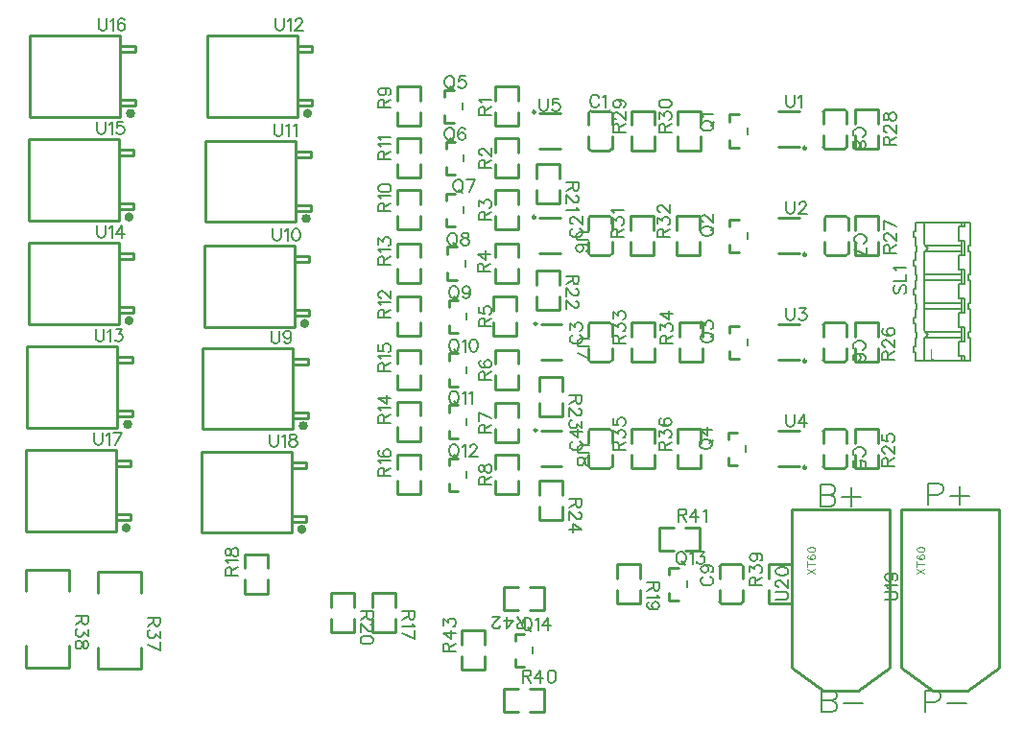
<source format=gto>
G04 Layer: TopSilkLayer*
G04 EasyEDA v6.4.17, 2021-02-25T19:03:03+01:00*
G04 6c0f4fe36ed64f8eba938430e6b1039c,39d5087fc9724a43abff86b671d546b8,10*
G04 Gerber Generator version 0.2*
G04 Scale: 100 percent, Rotated: No, Reflected: No *
G04 Dimensions in millimeters *
G04 leading zeros omitted , absolute positions ,4 integer and 5 decimal *
%FSLAX45Y45*%
%MOMM*%

%ADD10C,0.2540*%
%ADD15C,0.4000*%
%ADD26C,0.2000*%
%ADD27C,0.1524*%
%ADD28C,0.2032*%
%ADD29C,0.1000*%
%ADD30C,0.1189*%

%LPD*%
D28*
X7378700Y-4227321D02*
G01*
X7378700Y-4421123D01*
X7378700Y-4227321D02*
G01*
X7461758Y-4227321D01*
X7489443Y-4236465D01*
X7498841Y-4245610D01*
X7507986Y-4264152D01*
X7507986Y-4282694D01*
X7498841Y-4301236D01*
X7489443Y-4310379D01*
X7461758Y-4319523D01*
X7378700Y-4319523D02*
G01*
X7461758Y-4319523D01*
X7489443Y-4328921D01*
X7498841Y-4338065D01*
X7507986Y-4356607D01*
X7507986Y-4384294D01*
X7498841Y-4402836D01*
X7489443Y-4411979D01*
X7461758Y-4421123D01*
X7378700Y-4421123D01*
X7652004Y-4255007D02*
G01*
X7652004Y-4421123D01*
X7568945Y-4338065D02*
G01*
X7735315Y-4338065D01*
X7391400Y-6043421D02*
G01*
X7391400Y-6237223D01*
X7391400Y-6043421D02*
G01*
X7474458Y-6043421D01*
X7502143Y-6052565D01*
X7511541Y-6061710D01*
X7520686Y-6080252D01*
X7520686Y-6098794D01*
X7511541Y-6117336D01*
X7502143Y-6126479D01*
X7474458Y-6135623D01*
X7391400Y-6135623D02*
G01*
X7474458Y-6135623D01*
X7502143Y-6145021D01*
X7511541Y-6154165D01*
X7520686Y-6172707D01*
X7520686Y-6200394D01*
X7511541Y-6218936D01*
X7502143Y-6228079D01*
X7474458Y-6237223D01*
X7391400Y-6237223D01*
X7581645Y-6154165D02*
G01*
X7748015Y-6154165D01*
X8331200Y-4214621D02*
G01*
X8331200Y-4408423D01*
X8331200Y-4214621D02*
G01*
X8414258Y-4214621D01*
X8441943Y-4223765D01*
X8451341Y-4232910D01*
X8460486Y-4251452D01*
X8460486Y-4279137D01*
X8451341Y-4297679D01*
X8441943Y-4306823D01*
X8414258Y-4316221D01*
X8331200Y-4316221D01*
X8604504Y-4242307D02*
G01*
X8604504Y-4408423D01*
X8521445Y-4325365D02*
G01*
X8687815Y-4325365D01*
X8305800Y-6043421D02*
G01*
X8305800Y-6237223D01*
X8305800Y-6043421D02*
G01*
X8388858Y-6043421D01*
X8416543Y-6052565D01*
X8425941Y-6061710D01*
X8435086Y-6080252D01*
X8435086Y-6107937D01*
X8425941Y-6126479D01*
X8416543Y-6135623D01*
X8388858Y-6145021D01*
X8305800Y-6145021D01*
X8496045Y-6154165D02*
G01*
X8662415Y-6154165D01*
D27*
X4367784Y-4229100D02*
G01*
X4476750Y-4229100D01*
X4367784Y-4229100D02*
G01*
X4367784Y-4182363D01*
X4372863Y-4166870D01*
X4378197Y-4161536D01*
X4388611Y-4156455D01*
X4399025Y-4156455D01*
X4409440Y-4161536D01*
X4414520Y-4166870D01*
X4419600Y-4182363D01*
X4419600Y-4229100D01*
X4419600Y-4192778D02*
G01*
X4476750Y-4156455D01*
X4367784Y-4096004D02*
G01*
X4372863Y-4111752D01*
X4383277Y-4116831D01*
X4393691Y-4116831D01*
X4404106Y-4111752D01*
X4409440Y-4101337D01*
X4414520Y-4080510D01*
X4419600Y-4065015D01*
X4430013Y-4054602D01*
X4440427Y-4049268D01*
X4456175Y-4049268D01*
X4466590Y-4054602D01*
X4471670Y-4059681D01*
X4476750Y-4075429D01*
X4476750Y-4096004D01*
X4471670Y-4111752D01*
X4466590Y-4116831D01*
X4456175Y-4122165D01*
X4440427Y-4122165D01*
X4430013Y-4116831D01*
X4419600Y-4106418D01*
X4414520Y-4090923D01*
X4409440Y-4070095D01*
X4404106Y-4059681D01*
X4393691Y-4054602D01*
X4383277Y-4054602D01*
X4372863Y-4059681D01*
X4367784Y-4075429D01*
X4367784Y-4096004D01*
X4367784Y-3771900D02*
G01*
X4476750Y-3771900D01*
X4367784Y-3771900D02*
G01*
X4367784Y-3725163D01*
X4372863Y-3709670D01*
X4378197Y-3704336D01*
X4388611Y-3699255D01*
X4399025Y-3699255D01*
X4409440Y-3704336D01*
X4414520Y-3709670D01*
X4419600Y-3725163D01*
X4419600Y-3771900D01*
X4419600Y-3735578D02*
G01*
X4476750Y-3699255D01*
X4367784Y-3592068D02*
G01*
X4476750Y-3644137D01*
X4367784Y-3664965D02*
G01*
X4367784Y-3592068D01*
X4367784Y-3302000D02*
G01*
X4476750Y-3302000D01*
X4367784Y-3302000D02*
G01*
X4367784Y-3255263D01*
X4372863Y-3239770D01*
X4378197Y-3234436D01*
X4388611Y-3229355D01*
X4399025Y-3229355D01*
X4409440Y-3234436D01*
X4414520Y-3239770D01*
X4419600Y-3255263D01*
X4419600Y-3302000D01*
X4419600Y-3265678D02*
G01*
X4476750Y-3229355D01*
X4383277Y-3132581D02*
G01*
X4372863Y-3137915D01*
X4367784Y-3153410D01*
X4367784Y-3163823D01*
X4372863Y-3179318D01*
X4388611Y-3189731D01*
X4414520Y-3195065D01*
X4440427Y-3195065D01*
X4461256Y-3189731D01*
X4471670Y-3179318D01*
X4476750Y-3163823D01*
X4476750Y-3158489D01*
X4471670Y-3142995D01*
X4461256Y-3132581D01*
X4445761Y-3127502D01*
X4440427Y-3127502D01*
X4424934Y-3132581D01*
X4414520Y-3142995D01*
X4409440Y-3158489D01*
X4409440Y-3163823D01*
X4414520Y-3179318D01*
X4424934Y-3189731D01*
X4440427Y-3195065D01*
X4367784Y-2832100D02*
G01*
X4476750Y-2832100D01*
X4367784Y-2832100D02*
G01*
X4367784Y-2785363D01*
X4372863Y-2769870D01*
X4378197Y-2764536D01*
X4388611Y-2759455D01*
X4399025Y-2759455D01*
X4409440Y-2764536D01*
X4414520Y-2769870D01*
X4419600Y-2785363D01*
X4419600Y-2832100D01*
X4419600Y-2795778D02*
G01*
X4476750Y-2759455D01*
X4367784Y-2662681D02*
G01*
X4367784Y-2714752D01*
X4414520Y-2719831D01*
X4409440Y-2714752D01*
X4404106Y-2699004D01*
X4404106Y-2683510D01*
X4409440Y-2668015D01*
X4419600Y-2657602D01*
X4435347Y-2652268D01*
X4445761Y-2652268D01*
X4461256Y-2657602D01*
X4471670Y-2668015D01*
X4476750Y-2683510D01*
X4476750Y-2699004D01*
X4471670Y-2714752D01*
X4466590Y-2719831D01*
X4456175Y-2725165D01*
X4355084Y-2349500D02*
G01*
X4464050Y-2349500D01*
X4355084Y-2349500D02*
G01*
X4355084Y-2302763D01*
X4360163Y-2287270D01*
X4365497Y-2281936D01*
X4375911Y-2276855D01*
X4386325Y-2276855D01*
X4396740Y-2281936D01*
X4401820Y-2287270D01*
X4406900Y-2302763D01*
X4406900Y-2349500D01*
X4406900Y-2313178D02*
G01*
X4464050Y-2276855D01*
X4355084Y-2190495D02*
G01*
X4427727Y-2242565D01*
X4427727Y-2164587D01*
X4355084Y-2190495D02*
G01*
X4464050Y-2190495D01*
X4367784Y-1892300D02*
G01*
X4476750Y-1892300D01*
X4367784Y-1892300D02*
G01*
X4367784Y-1845563D01*
X4372863Y-1830070D01*
X4378197Y-1824736D01*
X4388611Y-1819655D01*
X4399025Y-1819655D01*
X4409440Y-1824736D01*
X4414520Y-1830070D01*
X4419600Y-1845563D01*
X4419600Y-1892300D01*
X4419600Y-1855978D02*
G01*
X4476750Y-1819655D01*
X4367784Y-1774952D02*
G01*
X4367784Y-1717802D01*
X4409440Y-1748789D01*
X4409440Y-1733295D01*
X4414520Y-1722881D01*
X4419600Y-1717802D01*
X4435347Y-1712468D01*
X4445761Y-1712468D01*
X4461256Y-1717802D01*
X4471670Y-1728215D01*
X4476750Y-1743710D01*
X4476750Y-1759204D01*
X4471670Y-1774952D01*
X4466590Y-1780031D01*
X4456175Y-1785365D01*
X4367784Y-1435100D02*
G01*
X4476750Y-1435100D01*
X4367784Y-1435100D02*
G01*
X4367784Y-1388363D01*
X4372863Y-1372870D01*
X4378197Y-1367536D01*
X4388611Y-1362455D01*
X4399025Y-1362455D01*
X4409440Y-1367536D01*
X4414520Y-1372870D01*
X4419600Y-1388363D01*
X4419600Y-1435100D01*
X4419600Y-1398778D02*
G01*
X4476750Y-1362455D01*
X4393691Y-1322831D02*
G01*
X4388611Y-1322831D01*
X4378197Y-1317752D01*
X4372863Y-1312418D01*
X4367784Y-1302004D01*
X4367784Y-1281429D01*
X4372863Y-1271015D01*
X4378197Y-1265681D01*
X4388611Y-1260602D01*
X4399025Y-1260602D01*
X4409440Y-1265681D01*
X4424934Y-1276095D01*
X4476750Y-1328165D01*
X4476750Y-1255268D01*
X4367784Y-965200D02*
G01*
X4476750Y-965200D01*
X4367784Y-965200D02*
G01*
X4367784Y-918463D01*
X4372863Y-902970D01*
X4378197Y-897636D01*
X4388611Y-892555D01*
X4399025Y-892555D01*
X4409440Y-897636D01*
X4414520Y-902970D01*
X4419600Y-918463D01*
X4419600Y-965200D01*
X4419600Y-928878D02*
G01*
X4476750Y-892555D01*
X4388611Y-858265D02*
G01*
X4383277Y-847852D01*
X4367784Y-832104D01*
X4476750Y-832104D01*
X4902200Y-824484D02*
G01*
X4902200Y-902462D01*
X4907279Y-917955D01*
X4917693Y-928370D01*
X4933441Y-933450D01*
X4943856Y-933450D01*
X4959350Y-928370D01*
X4969763Y-917955D01*
X4974843Y-902462D01*
X4974843Y-824484D01*
X5071618Y-824484D02*
G01*
X5019547Y-824484D01*
X5014468Y-871220D01*
X5019547Y-866139D01*
X5035295Y-860805D01*
X5050790Y-860805D01*
X5066284Y-866139D01*
X5076697Y-876300D01*
X5082031Y-892047D01*
X5082031Y-902462D01*
X5076697Y-917955D01*
X5066284Y-928370D01*
X5050790Y-933450D01*
X5035295Y-933450D01*
X5019547Y-928370D01*
X5014468Y-923289D01*
X5009134Y-912876D01*
X5329936Y-1998979D02*
G01*
X5251958Y-1998979D01*
X5236463Y-2004060D01*
X5226050Y-2014473D01*
X5220970Y-2030221D01*
X5220970Y-2040636D01*
X5226050Y-2056129D01*
X5236463Y-2066544D01*
X5251958Y-2071623D01*
X5329936Y-2071623D01*
X5314441Y-2168397D02*
G01*
X5324856Y-2163063D01*
X5329936Y-2147570D01*
X5329936Y-2137155D01*
X5324856Y-2121662D01*
X5309108Y-2111247D01*
X5283200Y-2105913D01*
X5257291Y-2105913D01*
X5236463Y-2111247D01*
X5226050Y-2121662D01*
X5220970Y-2137155D01*
X5220970Y-2142489D01*
X5226050Y-2157984D01*
X5236463Y-2168397D01*
X5251958Y-2173478D01*
X5257291Y-2173478D01*
X5272786Y-2168397D01*
X5283200Y-2157984D01*
X5288279Y-2142489D01*
X5288279Y-2137155D01*
X5283200Y-2121662D01*
X5272786Y-2111247D01*
X5257291Y-2105913D01*
X5342636Y-2938779D02*
G01*
X5264658Y-2938779D01*
X5249163Y-2943860D01*
X5238750Y-2954273D01*
X5233670Y-2970021D01*
X5233670Y-2980436D01*
X5238750Y-2995929D01*
X5249163Y-3006344D01*
X5264658Y-3011423D01*
X5342636Y-3011423D01*
X5342636Y-3118612D02*
G01*
X5233670Y-3066542D01*
X5342636Y-3045713D02*
G01*
X5342636Y-3118612D01*
X5342636Y-3878579D02*
G01*
X5264658Y-3878579D01*
X5249163Y-3883660D01*
X5238750Y-3894073D01*
X5233670Y-3909821D01*
X5233670Y-3920236D01*
X5238750Y-3935729D01*
X5249163Y-3946144D01*
X5264658Y-3951223D01*
X5342636Y-3951223D01*
X5342636Y-4011676D02*
G01*
X5337556Y-3995928D01*
X5327141Y-3990847D01*
X5316727Y-3990847D01*
X5306313Y-3995928D01*
X5300979Y-4006342D01*
X5295900Y-4027170D01*
X5290820Y-4042663D01*
X5280406Y-4053078D01*
X5269991Y-4058412D01*
X5254243Y-4058412D01*
X5243829Y-4053078D01*
X5238750Y-4047997D01*
X5233670Y-4032250D01*
X5233670Y-4011676D01*
X5238750Y-3995928D01*
X5243829Y-3990847D01*
X5254243Y-3985513D01*
X5269991Y-3985513D01*
X5280406Y-3990847D01*
X5290820Y-4001262D01*
X5295900Y-4016755D01*
X5300979Y-4037584D01*
X5306313Y-4047997D01*
X5316727Y-4053078D01*
X5327141Y-4053078D01*
X5337556Y-4047997D01*
X5342636Y-4032250D01*
X5342636Y-4011676D01*
X3478784Y-4151299D02*
G01*
X3587750Y-4151299D01*
X3478784Y-4151299D02*
G01*
X3478784Y-4104563D01*
X3483863Y-4089069D01*
X3489197Y-4083735D01*
X3499611Y-4078655D01*
X3510025Y-4078655D01*
X3520440Y-4083735D01*
X3525520Y-4089069D01*
X3530600Y-4104563D01*
X3530600Y-4151299D01*
X3530600Y-4114977D02*
G01*
X3587750Y-4078655D01*
X3499611Y-4044365D02*
G01*
X3494277Y-4033951D01*
X3478784Y-4018203D01*
X3587750Y-4018203D01*
X3494277Y-3921683D02*
G01*
X3483863Y-3926763D01*
X3478784Y-3942511D01*
X3478784Y-3952925D01*
X3483863Y-3968419D01*
X3499611Y-3978833D01*
X3525520Y-3983913D01*
X3551427Y-3983913D01*
X3572256Y-3978833D01*
X3582670Y-3968419D01*
X3587750Y-3952925D01*
X3587750Y-3947591D01*
X3582670Y-3932097D01*
X3572256Y-3921683D01*
X3556761Y-3916349D01*
X3551427Y-3916349D01*
X3535934Y-3921683D01*
X3525520Y-3932097D01*
X3520440Y-3947591D01*
X3520440Y-3952925D01*
X3525520Y-3968419D01*
X3535934Y-3978833D01*
X3551427Y-3983913D01*
X3478784Y-3224199D02*
G01*
X3587750Y-3224199D01*
X3478784Y-3224199D02*
G01*
X3478784Y-3177463D01*
X3483863Y-3161969D01*
X3489197Y-3156635D01*
X3499611Y-3151555D01*
X3510025Y-3151555D01*
X3520440Y-3156635D01*
X3525520Y-3161969D01*
X3530600Y-3177463D01*
X3530600Y-3224199D01*
X3530600Y-3187877D02*
G01*
X3587750Y-3151555D01*
X3499611Y-3117265D02*
G01*
X3494277Y-3106851D01*
X3478784Y-3091103D01*
X3587750Y-3091103D01*
X3478784Y-2994583D02*
G01*
X3478784Y-3046399D01*
X3525520Y-3051733D01*
X3520440Y-3046399D01*
X3515106Y-3030905D01*
X3515106Y-3015411D01*
X3520440Y-2999663D01*
X3530600Y-2989249D01*
X3546347Y-2984169D01*
X3556761Y-2984169D01*
X3572256Y-2989249D01*
X3582670Y-2999663D01*
X3587750Y-3015411D01*
X3587750Y-3030905D01*
X3582670Y-3046399D01*
X3577590Y-3051733D01*
X3567175Y-3056813D01*
X3478784Y-3681399D02*
G01*
X3587750Y-3681399D01*
X3478784Y-3681399D02*
G01*
X3478784Y-3634663D01*
X3483863Y-3619169D01*
X3489197Y-3613835D01*
X3499611Y-3608755D01*
X3510025Y-3608755D01*
X3520440Y-3613835D01*
X3525520Y-3619169D01*
X3530600Y-3634663D01*
X3530600Y-3681399D01*
X3530600Y-3645077D02*
G01*
X3587750Y-3608755D01*
X3499611Y-3574465D02*
G01*
X3494277Y-3564051D01*
X3478784Y-3548303D01*
X3587750Y-3548303D01*
X3478784Y-3462197D02*
G01*
X3551427Y-3514013D01*
X3551427Y-3436289D01*
X3478784Y-3462197D02*
G01*
X3587750Y-3462197D01*
X3478784Y-2286000D02*
G01*
X3587750Y-2286000D01*
X3478784Y-2286000D02*
G01*
X3478784Y-2239263D01*
X3483863Y-2223770D01*
X3489197Y-2218436D01*
X3499611Y-2213355D01*
X3510025Y-2213355D01*
X3520440Y-2218436D01*
X3525520Y-2223770D01*
X3530600Y-2239263D01*
X3530600Y-2286000D01*
X3530600Y-2249678D02*
G01*
X3587750Y-2213355D01*
X3499611Y-2179065D02*
G01*
X3494277Y-2168652D01*
X3478784Y-2152904D01*
X3587750Y-2152904D01*
X3478784Y-2108200D02*
G01*
X3478784Y-2051050D01*
X3520440Y-2082292D01*
X3520440Y-2066797D01*
X3525520Y-2056384D01*
X3530600Y-2051050D01*
X3546347Y-2045970D01*
X3556761Y-2045970D01*
X3572256Y-2051050D01*
X3582670Y-2061463D01*
X3587750Y-2077212D01*
X3587750Y-2092705D01*
X3582670Y-2108200D01*
X3577590Y-2113534D01*
X3567175Y-2118613D01*
X3478784Y-2754299D02*
G01*
X3587750Y-2754299D01*
X3478784Y-2754299D02*
G01*
X3478784Y-2707563D01*
X3483863Y-2692069D01*
X3489197Y-2686735D01*
X3499611Y-2681655D01*
X3510025Y-2681655D01*
X3520440Y-2686735D01*
X3525520Y-2692069D01*
X3530600Y-2707563D01*
X3530600Y-2754299D01*
X3530600Y-2717977D02*
G01*
X3587750Y-2681655D01*
X3499611Y-2647365D02*
G01*
X3494277Y-2636951D01*
X3478784Y-2621203D01*
X3587750Y-2621203D01*
X3504691Y-2581833D02*
G01*
X3499611Y-2581833D01*
X3489197Y-2576499D01*
X3483863Y-2571419D01*
X3478784Y-2561005D01*
X3478784Y-2540177D01*
X3483863Y-2529763D01*
X3489197Y-2524683D01*
X3499611Y-2519349D01*
X3510025Y-2519349D01*
X3520440Y-2524683D01*
X3535934Y-2535097D01*
X3587750Y-2586913D01*
X3587750Y-2514269D01*
X3478784Y-1357299D02*
G01*
X3587750Y-1357299D01*
X3478784Y-1357299D02*
G01*
X3478784Y-1310563D01*
X3483863Y-1295069D01*
X3489197Y-1289735D01*
X3499611Y-1284655D01*
X3510025Y-1284655D01*
X3520440Y-1289735D01*
X3525520Y-1295069D01*
X3530600Y-1310563D01*
X3530600Y-1357299D01*
X3530600Y-1320977D02*
G01*
X3587750Y-1284655D01*
X3499611Y-1250365D02*
G01*
X3494277Y-1239951D01*
X3478784Y-1224203D01*
X3587750Y-1224203D01*
X3499611Y-1189913D02*
G01*
X3494277Y-1179499D01*
X3478784Y-1164005D01*
X3587750Y-1164005D01*
X3478784Y-1814499D02*
G01*
X3587750Y-1814499D01*
X3478784Y-1814499D02*
G01*
X3478784Y-1767763D01*
X3483863Y-1752269D01*
X3489197Y-1746935D01*
X3499611Y-1741855D01*
X3510025Y-1741855D01*
X3520440Y-1746935D01*
X3525520Y-1752269D01*
X3530600Y-1767763D01*
X3530600Y-1814499D01*
X3530600Y-1778177D02*
G01*
X3587750Y-1741855D01*
X3499611Y-1707565D02*
G01*
X3494277Y-1697151D01*
X3478784Y-1681403D01*
X3587750Y-1681403D01*
X3478784Y-1616125D02*
G01*
X3483863Y-1631619D01*
X3499611Y-1642033D01*
X3525520Y-1647113D01*
X3541013Y-1647113D01*
X3567175Y-1642033D01*
X3582670Y-1631619D01*
X3587750Y-1616125D01*
X3587750Y-1605711D01*
X3582670Y-1589963D01*
X3567175Y-1579549D01*
X3541013Y-1574469D01*
X3525520Y-1574469D01*
X3499611Y-1579549D01*
X3483863Y-1589963D01*
X3478784Y-1605711D01*
X3478784Y-1616125D01*
X3478784Y-900099D02*
G01*
X3587750Y-900099D01*
X3478784Y-900099D02*
G01*
X3478784Y-853363D01*
X3483863Y-837869D01*
X3489197Y-832535D01*
X3499611Y-827455D01*
X3510025Y-827455D01*
X3520440Y-832535D01*
X3525520Y-837869D01*
X3530600Y-853363D01*
X3530600Y-900099D01*
X3530600Y-863777D02*
G01*
X3587750Y-827455D01*
X3515106Y-725601D02*
G01*
X3530600Y-730681D01*
X3541013Y-741095D01*
X3546347Y-756589D01*
X3546347Y-761923D01*
X3541013Y-777417D01*
X3530600Y-787831D01*
X3515106Y-793165D01*
X3510025Y-793165D01*
X3494277Y-787831D01*
X3483863Y-777417D01*
X3478784Y-761923D01*
X3478784Y-756589D01*
X3483863Y-741095D01*
X3494277Y-730681D01*
X3515106Y-725601D01*
X3541013Y-725601D01*
X3567175Y-730681D01*
X3582670Y-741095D01*
X3587750Y-756589D01*
X3587750Y-767003D01*
X3582670Y-782751D01*
X3572256Y-787831D01*
X4095241Y-621284D02*
G01*
X4084827Y-626363D01*
X4074413Y-636778D01*
X4069079Y-647192D01*
X4064000Y-662939D01*
X4064000Y-688847D01*
X4069079Y-704342D01*
X4074413Y-714755D01*
X4084827Y-725170D01*
X4095241Y-730250D01*
X4116070Y-730250D01*
X4126229Y-725170D01*
X4136643Y-714755D01*
X4141977Y-704342D01*
X4147058Y-688847D01*
X4147058Y-662939D01*
X4141977Y-647192D01*
X4136643Y-636778D01*
X4126229Y-626363D01*
X4116070Y-621284D01*
X4095241Y-621284D01*
X4110736Y-709676D02*
G01*
X4141977Y-740663D01*
X4243831Y-621284D02*
G01*
X4191761Y-621284D01*
X4186681Y-668020D01*
X4191761Y-662939D01*
X4207509Y-657605D01*
X4223004Y-657605D01*
X4238497Y-662939D01*
X4248911Y-673100D01*
X4254245Y-688847D01*
X4254245Y-699262D01*
X4248911Y-714755D01*
X4238497Y-725170D01*
X4223004Y-730250D01*
X4207509Y-730250D01*
X4191761Y-725170D01*
X4186681Y-720089D01*
X4181347Y-709676D01*
X4095241Y-1078484D02*
G01*
X4084827Y-1083563D01*
X4074413Y-1093978D01*
X4069079Y-1104392D01*
X4064000Y-1120139D01*
X4064000Y-1146047D01*
X4069079Y-1161542D01*
X4074413Y-1171955D01*
X4084827Y-1182370D01*
X4095241Y-1187450D01*
X4116070Y-1187450D01*
X4126229Y-1182370D01*
X4136643Y-1171955D01*
X4141977Y-1161542D01*
X4147058Y-1146047D01*
X4147058Y-1120139D01*
X4141977Y-1104392D01*
X4136643Y-1093978D01*
X4126229Y-1083563D01*
X4116070Y-1078484D01*
X4095241Y-1078484D01*
X4110736Y-1166876D02*
G01*
X4141977Y-1197863D01*
X4243831Y-1093978D02*
G01*
X4238497Y-1083563D01*
X4223004Y-1078484D01*
X4212590Y-1078484D01*
X4197095Y-1083563D01*
X4186681Y-1099312D01*
X4181347Y-1125220D01*
X4181347Y-1151128D01*
X4186681Y-1171955D01*
X4197095Y-1182370D01*
X4212590Y-1187450D01*
X4217670Y-1187450D01*
X4233418Y-1182370D01*
X4243831Y-1171955D01*
X4248911Y-1156462D01*
X4248911Y-1151128D01*
X4243831Y-1135634D01*
X4233418Y-1125220D01*
X4217670Y-1120139D01*
X4212590Y-1120139D01*
X4197095Y-1125220D01*
X4186681Y-1135634D01*
X4181347Y-1151128D01*
X4171441Y-1535684D02*
G01*
X4161027Y-1540763D01*
X4150613Y-1551178D01*
X4145279Y-1561592D01*
X4140200Y-1577339D01*
X4140200Y-1603247D01*
X4145279Y-1618742D01*
X4150613Y-1629155D01*
X4161027Y-1639570D01*
X4171441Y-1644650D01*
X4192270Y-1644650D01*
X4202429Y-1639570D01*
X4212843Y-1629155D01*
X4218177Y-1618742D01*
X4223258Y-1603247D01*
X4223258Y-1577339D01*
X4218177Y-1561592D01*
X4212843Y-1551178D01*
X4202429Y-1540763D01*
X4192270Y-1535684D01*
X4171441Y-1535684D01*
X4186936Y-1624076D02*
G01*
X4218177Y-1655063D01*
X4330445Y-1535684D02*
G01*
X4278375Y-1644650D01*
X4257547Y-1535684D02*
G01*
X4330445Y-1535684D01*
X4120641Y-2005584D02*
G01*
X4110227Y-2010663D01*
X4099813Y-2021078D01*
X4094479Y-2031492D01*
X4089400Y-2047239D01*
X4089400Y-2073147D01*
X4094479Y-2088642D01*
X4099813Y-2099055D01*
X4110227Y-2109470D01*
X4120641Y-2114550D01*
X4141470Y-2114550D01*
X4151629Y-2109470D01*
X4162043Y-2099055D01*
X4167377Y-2088642D01*
X4172458Y-2073147D01*
X4172458Y-2047239D01*
X4167377Y-2031492D01*
X4162043Y-2021078D01*
X4151629Y-2010663D01*
X4141470Y-2005584D01*
X4120641Y-2005584D01*
X4136136Y-2093976D02*
G01*
X4167377Y-2124963D01*
X4232909Y-2005584D02*
G01*
X4217161Y-2010663D01*
X4212081Y-2021078D01*
X4212081Y-2031492D01*
X4217161Y-2041905D01*
X4227575Y-2047239D01*
X4248404Y-2052320D01*
X4263897Y-2057400D01*
X4274311Y-2067813D01*
X4279645Y-2078228D01*
X4279645Y-2093976D01*
X4274311Y-2104389D01*
X4269231Y-2109470D01*
X4253484Y-2114550D01*
X4232909Y-2114550D01*
X4217161Y-2109470D01*
X4212081Y-2104389D01*
X4206747Y-2093976D01*
X4206747Y-2078228D01*
X4212081Y-2067813D01*
X4222495Y-2057400D01*
X4237990Y-2052320D01*
X4258818Y-2047239D01*
X4269231Y-2041905D01*
X4274311Y-2031492D01*
X4274311Y-2021078D01*
X4269231Y-2010663D01*
X4253484Y-2005584D01*
X4232909Y-2005584D01*
X4133341Y-2475484D02*
G01*
X4122927Y-2480563D01*
X4112513Y-2490978D01*
X4107179Y-2501392D01*
X4102100Y-2517139D01*
X4102100Y-2543047D01*
X4107179Y-2558542D01*
X4112513Y-2568955D01*
X4122927Y-2579370D01*
X4133341Y-2584450D01*
X4154170Y-2584450D01*
X4164329Y-2579370D01*
X4174743Y-2568955D01*
X4180077Y-2558542D01*
X4185158Y-2543047D01*
X4185158Y-2517139D01*
X4180077Y-2501392D01*
X4174743Y-2490978D01*
X4164329Y-2480563D01*
X4154170Y-2475484D01*
X4133341Y-2475484D01*
X4148836Y-2563876D02*
G01*
X4180077Y-2594863D01*
X4287011Y-2511805D02*
G01*
X4281931Y-2527300D01*
X4271518Y-2537713D01*
X4255770Y-2543047D01*
X4250690Y-2543047D01*
X4235195Y-2537713D01*
X4224781Y-2527300D01*
X4219447Y-2511805D01*
X4219447Y-2506726D01*
X4224781Y-2490978D01*
X4235195Y-2480563D01*
X4250690Y-2475484D01*
X4255770Y-2475484D01*
X4271518Y-2480563D01*
X4281931Y-2490978D01*
X4287011Y-2511805D01*
X4287011Y-2537713D01*
X4281931Y-2563876D01*
X4271518Y-2579370D01*
X4255770Y-2584450D01*
X4245609Y-2584450D01*
X4229861Y-2579370D01*
X4224781Y-2568955D01*
X4133341Y-2945384D02*
G01*
X4122927Y-2950463D01*
X4112513Y-2960878D01*
X4107179Y-2971292D01*
X4102100Y-2987039D01*
X4102100Y-3012947D01*
X4107179Y-3028442D01*
X4112513Y-3038855D01*
X4122927Y-3049270D01*
X4133341Y-3054350D01*
X4154170Y-3054350D01*
X4164329Y-3049270D01*
X4174743Y-3038855D01*
X4180077Y-3028442D01*
X4185158Y-3012947D01*
X4185158Y-2987039D01*
X4180077Y-2971292D01*
X4174743Y-2960878D01*
X4164329Y-2950463D01*
X4154170Y-2945384D01*
X4133341Y-2945384D01*
X4148836Y-3033776D02*
G01*
X4180077Y-3064763D01*
X4219447Y-2966212D02*
G01*
X4229861Y-2960878D01*
X4245609Y-2945384D01*
X4245609Y-3054350D01*
X4310888Y-2945384D02*
G01*
X4295393Y-2950463D01*
X4284979Y-2966212D01*
X4279900Y-2992120D01*
X4279900Y-3007613D01*
X4284979Y-3033776D01*
X4295393Y-3049270D01*
X4310888Y-3054350D01*
X4321302Y-3054350D01*
X4337050Y-3049270D01*
X4347209Y-3033776D01*
X4352543Y-3007613D01*
X4352543Y-2992120D01*
X4347209Y-2966212D01*
X4337050Y-2950463D01*
X4321302Y-2945384D01*
X4310888Y-2945384D01*
X4133341Y-3402584D02*
G01*
X4122927Y-3407663D01*
X4112513Y-3418078D01*
X4107179Y-3428492D01*
X4102100Y-3444239D01*
X4102100Y-3470147D01*
X4107179Y-3485642D01*
X4112513Y-3496055D01*
X4122927Y-3506470D01*
X4133341Y-3511550D01*
X4154170Y-3511550D01*
X4164329Y-3506470D01*
X4174743Y-3496055D01*
X4180077Y-3485642D01*
X4185158Y-3470147D01*
X4185158Y-3444239D01*
X4180077Y-3428492D01*
X4174743Y-3418078D01*
X4164329Y-3407663D01*
X4154170Y-3402584D01*
X4133341Y-3402584D01*
X4148836Y-3490976D02*
G01*
X4180077Y-3521963D01*
X4219447Y-3423412D02*
G01*
X4229861Y-3418078D01*
X4245609Y-3402584D01*
X4245609Y-3511550D01*
X4279900Y-3423412D02*
G01*
X4290059Y-3418078D01*
X4305808Y-3402584D01*
X4305808Y-3511550D01*
X4133341Y-3872484D02*
G01*
X4122927Y-3877563D01*
X4112513Y-3887978D01*
X4107179Y-3898392D01*
X4102100Y-3914139D01*
X4102100Y-3940047D01*
X4107179Y-3955542D01*
X4112513Y-3965955D01*
X4122927Y-3976370D01*
X4133341Y-3981450D01*
X4154170Y-3981450D01*
X4164329Y-3976370D01*
X4174743Y-3965955D01*
X4180077Y-3955542D01*
X4185158Y-3940047D01*
X4185158Y-3914139D01*
X4180077Y-3898392D01*
X4174743Y-3887978D01*
X4164329Y-3877563D01*
X4154170Y-3872484D01*
X4133341Y-3872484D01*
X4148836Y-3960876D02*
G01*
X4180077Y-3991863D01*
X4219447Y-3893312D02*
G01*
X4229861Y-3887978D01*
X4245609Y-3872484D01*
X4245609Y-3981450D01*
X4284979Y-3898392D02*
G01*
X4284979Y-3893312D01*
X4290059Y-3882897D01*
X4295393Y-3877563D01*
X4305808Y-3872484D01*
X4326636Y-3872484D01*
X4337050Y-3877563D01*
X4342129Y-3882897D01*
X4347209Y-3893312D01*
X4347209Y-3903726D01*
X4342129Y-3914139D01*
X4331715Y-3929634D01*
X4279900Y-3981450D01*
X4352543Y-3981450D01*
X5246115Y-1563700D02*
G01*
X5137150Y-1563700D01*
X5246115Y-1563700D02*
G01*
X5246115Y-1610436D01*
X5241036Y-1625930D01*
X5235702Y-1631264D01*
X5225288Y-1636344D01*
X5214874Y-1636344D01*
X5204459Y-1631264D01*
X5199379Y-1625930D01*
X5194300Y-1610436D01*
X5194300Y-1563700D01*
X5194300Y-1600022D02*
G01*
X5137150Y-1636344D01*
X5220208Y-1675968D02*
G01*
X5225288Y-1675968D01*
X5235702Y-1681048D01*
X5241036Y-1686382D01*
X5246115Y-1696796D01*
X5246115Y-1717370D01*
X5241036Y-1727784D01*
X5235702Y-1733118D01*
X5225288Y-1738198D01*
X5214874Y-1738198D01*
X5204459Y-1733118D01*
X5188965Y-1722704D01*
X5137150Y-1670634D01*
X5137150Y-1743532D01*
X5225288Y-1777822D02*
G01*
X5230622Y-1788236D01*
X5246115Y-1803730D01*
X5137150Y-1803730D01*
X5246115Y-2387600D02*
G01*
X5137150Y-2387600D01*
X5246115Y-2387600D02*
G01*
X5246115Y-2434336D01*
X5241036Y-2449829D01*
X5235702Y-2455163D01*
X5225288Y-2460244D01*
X5214874Y-2460244D01*
X5204459Y-2455163D01*
X5199379Y-2449829D01*
X5194300Y-2434336D01*
X5194300Y-2387600D01*
X5194300Y-2423921D02*
G01*
X5137150Y-2460244D01*
X5220208Y-2499868D02*
G01*
X5225288Y-2499868D01*
X5235702Y-2504947D01*
X5241036Y-2510281D01*
X5246115Y-2520695D01*
X5246115Y-2541270D01*
X5241036Y-2551684D01*
X5235702Y-2557018D01*
X5225288Y-2562097D01*
X5214874Y-2562097D01*
X5204459Y-2557018D01*
X5188965Y-2546604D01*
X5137150Y-2494534D01*
X5137150Y-2567431D01*
X5220208Y-2606802D02*
G01*
X5225288Y-2606802D01*
X5235702Y-2612136D01*
X5241036Y-2617215D01*
X5246115Y-2627629D01*
X5246115Y-2648457D01*
X5241036Y-2658871D01*
X5235702Y-2663952D01*
X5225288Y-2669286D01*
X5214874Y-2669286D01*
X5204459Y-2663952D01*
X5188965Y-2653537D01*
X5137150Y-2601721D01*
X5137150Y-2674365D01*
X5271515Y-3443300D02*
G01*
X5162550Y-3443300D01*
X5271515Y-3443300D02*
G01*
X5271515Y-3490036D01*
X5266436Y-3505530D01*
X5261102Y-3510864D01*
X5250688Y-3515944D01*
X5240274Y-3515944D01*
X5229859Y-3510864D01*
X5224779Y-3505530D01*
X5219700Y-3490036D01*
X5219700Y-3443300D01*
X5219700Y-3479622D02*
G01*
X5162550Y-3515944D01*
X5245608Y-3555568D02*
G01*
X5250688Y-3555568D01*
X5261102Y-3560648D01*
X5266436Y-3565982D01*
X5271515Y-3576396D01*
X5271515Y-3596970D01*
X5266436Y-3607384D01*
X5261102Y-3612718D01*
X5250688Y-3617798D01*
X5240274Y-3617798D01*
X5229859Y-3612718D01*
X5214365Y-3602304D01*
X5162550Y-3550234D01*
X5162550Y-3623132D01*
X5271515Y-3667836D02*
G01*
X5271515Y-3724986D01*
X5229859Y-3693744D01*
X5229859Y-3709238D01*
X5224779Y-3719652D01*
X5219700Y-3724986D01*
X5203952Y-3730066D01*
X5193538Y-3730066D01*
X5178043Y-3724986D01*
X5167629Y-3714572D01*
X5162550Y-3698824D01*
X5162550Y-3683330D01*
X5167629Y-3667836D01*
X5172709Y-3662502D01*
X5183124Y-3657422D01*
X5271515Y-4357700D02*
G01*
X5162550Y-4357700D01*
X5271515Y-4357700D02*
G01*
X5271515Y-4404436D01*
X5266436Y-4419930D01*
X5261102Y-4425264D01*
X5250688Y-4430344D01*
X5240274Y-4430344D01*
X5229859Y-4425264D01*
X5224779Y-4419930D01*
X5219700Y-4404436D01*
X5219700Y-4357700D01*
X5219700Y-4394022D02*
G01*
X5162550Y-4430344D01*
X5245608Y-4469968D02*
G01*
X5250688Y-4469968D01*
X5261102Y-4475048D01*
X5266436Y-4480382D01*
X5271515Y-4490796D01*
X5271515Y-4511370D01*
X5266436Y-4521784D01*
X5261102Y-4527118D01*
X5250688Y-4532198D01*
X5240274Y-4532198D01*
X5229859Y-4527118D01*
X5214365Y-4516704D01*
X5162550Y-4464634D01*
X5162550Y-4537532D01*
X5271515Y-4623638D02*
G01*
X5198872Y-4571822D01*
X5198872Y-4649800D01*
X5271515Y-4623638D02*
G01*
X5162550Y-4623638D01*
X7923784Y-4064000D02*
G01*
X8032750Y-4064000D01*
X7923784Y-4064000D02*
G01*
X7923784Y-4017263D01*
X7928863Y-4001770D01*
X7934197Y-3996436D01*
X7944611Y-3991355D01*
X7955025Y-3991355D01*
X7965440Y-3996436D01*
X7970520Y-4001770D01*
X7975600Y-4017263D01*
X7975600Y-4064000D01*
X7975600Y-4027678D02*
G01*
X8032750Y-3991355D01*
X7949691Y-3951731D02*
G01*
X7944611Y-3951731D01*
X7934197Y-3946652D01*
X7928863Y-3941318D01*
X7923784Y-3930904D01*
X7923784Y-3910329D01*
X7928863Y-3899915D01*
X7934197Y-3894581D01*
X7944611Y-3889502D01*
X7955025Y-3889502D01*
X7965440Y-3894581D01*
X7980934Y-3904995D01*
X8032750Y-3957065D01*
X8032750Y-3884168D01*
X7923784Y-3787647D02*
G01*
X7923784Y-3839463D01*
X7970520Y-3844797D01*
X7965440Y-3839463D01*
X7960106Y-3823970D01*
X7960106Y-3808476D01*
X7965440Y-3792728D01*
X7975600Y-3782313D01*
X7991347Y-3777234D01*
X8001761Y-3777234D01*
X8017256Y-3782313D01*
X8027670Y-3792728D01*
X8032750Y-3808476D01*
X8032750Y-3823970D01*
X8027670Y-3839463D01*
X8022590Y-3844797D01*
X8012175Y-3849878D01*
X7923784Y-3124200D02*
G01*
X8032750Y-3124200D01*
X7923784Y-3124200D02*
G01*
X7923784Y-3077463D01*
X7928863Y-3061970D01*
X7934197Y-3056636D01*
X7944611Y-3051555D01*
X7955025Y-3051555D01*
X7965440Y-3056636D01*
X7970520Y-3061970D01*
X7975600Y-3077463D01*
X7975600Y-3124200D01*
X7975600Y-3087878D02*
G01*
X8032750Y-3051555D01*
X7949691Y-3011931D02*
G01*
X7944611Y-3011931D01*
X7934197Y-3006852D01*
X7928863Y-3001518D01*
X7923784Y-2991104D01*
X7923784Y-2970529D01*
X7928863Y-2960115D01*
X7934197Y-2954781D01*
X7944611Y-2949702D01*
X7955025Y-2949702D01*
X7965440Y-2954781D01*
X7980934Y-2965195D01*
X8032750Y-3017265D01*
X8032750Y-2944368D01*
X7939277Y-2847847D02*
G01*
X7928863Y-2852928D01*
X7923784Y-2868676D01*
X7923784Y-2879089D01*
X7928863Y-2894584D01*
X7944611Y-2904997D01*
X7970520Y-2910078D01*
X7996427Y-2910078D01*
X8017256Y-2904997D01*
X8027670Y-2894584D01*
X8032750Y-2879089D01*
X8032750Y-2873755D01*
X8027670Y-2858262D01*
X8017256Y-2847847D01*
X8001761Y-2842513D01*
X7996427Y-2842513D01*
X7980934Y-2847847D01*
X7970520Y-2858262D01*
X7965440Y-2873755D01*
X7965440Y-2879089D01*
X7970520Y-2894584D01*
X7980934Y-2904997D01*
X7996427Y-2910078D01*
X7936484Y-2184400D02*
G01*
X8045450Y-2184400D01*
X7936484Y-2184400D02*
G01*
X7936484Y-2137663D01*
X7941563Y-2122170D01*
X7946897Y-2116836D01*
X7957311Y-2111755D01*
X7967725Y-2111755D01*
X7978140Y-2116836D01*
X7983220Y-2122170D01*
X7988300Y-2137663D01*
X7988300Y-2184400D01*
X7988300Y-2148078D02*
G01*
X8045450Y-2111755D01*
X7962391Y-2072131D02*
G01*
X7957311Y-2072131D01*
X7946897Y-2067052D01*
X7941563Y-2061718D01*
X7936484Y-2051304D01*
X7936484Y-2030729D01*
X7941563Y-2020315D01*
X7946897Y-2014981D01*
X7957311Y-2009902D01*
X7967725Y-2009902D01*
X7978140Y-2014981D01*
X7993634Y-2025395D01*
X8045450Y-2077465D01*
X8045450Y-2004568D01*
X7936484Y-1897634D02*
G01*
X8045450Y-1949450D01*
X7936484Y-1970278D02*
G01*
X7936484Y-1897634D01*
X7936484Y-1231900D02*
G01*
X8045450Y-1231900D01*
X7936484Y-1231900D02*
G01*
X7936484Y-1185163D01*
X7941563Y-1169670D01*
X7946897Y-1164336D01*
X7957311Y-1159255D01*
X7967725Y-1159255D01*
X7978140Y-1164336D01*
X7983220Y-1169670D01*
X7988300Y-1185163D01*
X7988300Y-1231900D01*
X7988300Y-1195578D02*
G01*
X8045450Y-1159255D01*
X7962391Y-1119631D02*
G01*
X7957311Y-1119631D01*
X7946897Y-1114552D01*
X7941563Y-1109218D01*
X7936484Y-1098804D01*
X7936484Y-1078229D01*
X7941563Y-1067815D01*
X7946897Y-1062481D01*
X7957311Y-1057402D01*
X7967725Y-1057402D01*
X7978140Y-1062481D01*
X7993634Y-1072895D01*
X8045450Y-1124965D01*
X8045450Y-1052068D01*
X7936484Y-991870D02*
G01*
X7941563Y-1007363D01*
X7951977Y-1012697D01*
X7962391Y-1012697D01*
X7972806Y-1007363D01*
X7978140Y-996950D01*
X7983220Y-976376D01*
X7988300Y-960628D01*
X7998713Y-950213D01*
X8009127Y-945134D01*
X8024875Y-945134D01*
X8035290Y-950213D01*
X8040370Y-955547D01*
X8045450Y-971042D01*
X8045450Y-991870D01*
X8040370Y-1007363D01*
X8035290Y-1012697D01*
X8024875Y-1017778D01*
X8009127Y-1017778D01*
X7998713Y-1012697D01*
X7988300Y-1002284D01*
X7983220Y-986789D01*
X7978140Y-965962D01*
X7972806Y-955547D01*
X7962391Y-950213D01*
X7951977Y-950213D01*
X7941563Y-955547D01*
X7936484Y-971042D01*
X7936484Y-991870D01*
X4050284Y-5700699D02*
G01*
X4159250Y-5700699D01*
X4050284Y-5700699D02*
G01*
X4050284Y-5653963D01*
X4055363Y-5638469D01*
X4060697Y-5633135D01*
X4071111Y-5628055D01*
X4081525Y-5628055D01*
X4091940Y-5633135D01*
X4097020Y-5638469D01*
X4102100Y-5653963D01*
X4102100Y-5700699D01*
X4102100Y-5664377D02*
G01*
X4159250Y-5628055D01*
X4050284Y-5541695D02*
G01*
X4122927Y-5593765D01*
X4122927Y-5515787D01*
X4050284Y-5541695D02*
G01*
X4159250Y-5541695D01*
X4050284Y-5471083D02*
G01*
X4050284Y-5413933D01*
X4091940Y-5445175D01*
X4091940Y-5429427D01*
X4097020Y-5419013D01*
X4102100Y-5413933D01*
X4117847Y-5408599D01*
X4128261Y-5408599D01*
X4143756Y-5413933D01*
X4154170Y-5424347D01*
X4159250Y-5439841D01*
X4159250Y-5455589D01*
X4154170Y-5471083D01*
X4149090Y-5476163D01*
X4138675Y-5481497D01*
X6310884Y-3880357D02*
G01*
X6315963Y-3890771D01*
X6326377Y-3901186D01*
X6336791Y-3906520D01*
X6352540Y-3911600D01*
X6378447Y-3911600D01*
X6393941Y-3906520D01*
X6404356Y-3901186D01*
X6414770Y-3890771D01*
X6419850Y-3880357D01*
X6419850Y-3859529D01*
X6414770Y-3849370D01*
X6404356Y-3838955D01*
X6393941Y-3833621D01*
X6378447Y-3828542D01*
X6352540Y-3828542D01*
X6336791Y-3833621D01*
X6326377Y-3838955D01*
X6315963Y-3849370D01*
X6310884Y-3859529D01*
X6310884Y-3880357D01*
X6399275Y-3864863D02*
G01*
X6430263Y-3833621D01*
X6310884Y-3742181D02*
G01*
X6383527Y-3794252D01*
X6383527Y-3716273D01*
X6310884Y-3742181D02*
G01*
X6419850Y-3742181D01*
X6323584Y-2940557D02*
G01*
X6328663Y-2950971D01*
X6339077Y-2961386D01*
X6349491Y-2966720D01*
X6365240Y-2971800D01*
X6391147Y-2971800D01*
X6406641Y-2966720D01*
X6417056Y-2961386D01*
X6427470Y-2950971D01*
X6432550Y-2940557D01*
X6432550Y-2919729D01*
X6427470Y-2909570D01*
X6417056Y-2899155D01*
X6406641Y-2893821D01*
X6391147Y-2888742D01*
X6365240Y-2888742D01*
X6349491Y-2893821D01*
X6339077Y-2899155D01*
X6328663Y-2909570D01*
X6323584Y-2919729D01*
X6323584Y-2940557D01*
X6411975Y-2925063D02*
G01*
X6442963Y-2893821D01*
X6323584Y-2844037D02*
G01*
X6323584Y-2786887D01*
X6365240Y-2818129D01*
X6365240Y-2802381D01*
X6370320Y-2791968D01*
X6375400Y-2786887D01*
X6391147Y-2781554D01*
X6401561Y-2781554D01*
X6417056Y-2786887D01*
X6427470Y-2797302D01*
X6432550Y-2812795D01*
X6432550Y-2828289D01*
X6427470Y-2844037D01*
X6422390Y-2849118D01*
X6411975Y-2854452D01*
X6323584Y-2000757D02*
G01*
X6328663Y-2011171D01*
X6339077Y-2021586D01*
X6349491Y-2026920D01*
X6365240Y-2032000D01*
X6391147Y-2032000D01*
X6406641Y-2026920D01*
X6417056Y-2021586D01*
X6427470Y-2011171D01*
X6432550Y-2000757D01*
X6432550Y-1979929D01*
X6427470Y-1969770D01*
X6417056Y-1959355D01*
X6406641Y-1954021D01*
X6391147Y-1948942D01*
X6365240Y-1948942D01*
X6349491Y-1954021D01*
X6339077Y-1959355D01*
X6328663Y-1969770D01*
X6323584Y-1979929D01*
X6323584Y-2000757D01*
X6411975Y-1985263D02*
G01*
X6442963Y-1954021D01*
X6349491Y-1909318D02*
G01*
X6344411Y-1909318D01*
X6333997Y-1904237D01*
X6328663Y-1898904D01*
X6323584Y-1888489D01*
X6323584Y-1867915D01*
X6328663Y-1857502D01*
X6333997Y-1852168D01*
X6344411Y-1847087D01*
X6354825Y-1847087D01*
X6365240Y-1852168D01*
X6380734Y-1862581D01*
X6432550Y-1914652D01*
X6432550Y-1841754D01*
X6323584Y-1073657D02*
G01*
X6328663Y-1084071D01*
X6339077Y-1094486D01*
X6349491Y-1099820D01*
X6365240Y-1104900D01*
X6391147Y-1104900D01*
X6406641Y-1099820D01*
X6417056Y-1094486D01*
X6427470Y-1084071D01*
X6432550Y-1073657D01*
X6432550Y-1052829D01*
X6427470Y-1042670D01*
X6417056Y-1032255D01*
X6406641Y-1026921D01*
X6391147Y-1021842D01*
X6365240Y-1021842D01*
X6349491Y-1026921D01*
X6339077Y-1032255D01*
X6328663Y-1042670D01*
X6323584Y-1052829D01*
X6323584Y-1073657D01*
X6411975Y-1058163D02*
G01*
X6442963Y-1026921D01*
X6344411Y-987552D02*
G01*
X6339077Y-977137D01*
X6323584Y-961389D01*
X6432550Y-961389D01*
X6349491Y-5038521D02*
G01*
X6339077Y-5043855D01*
X6328663Y-5054269D01*
X6323584Y-5064429D01*
X6323584Y-5085257D01*
X6328663Y-5095671D01*
X6339077Y-5106085D01*
X6349491Y-5111419D01*
X6365240Y-5116499D01*
X6391147Y-5116499D01*
X6406641Y-5111419D01*
X6417056Y-5106085D01*
X6427470Y-5095671D01*
X6432550Y-5085257D01*
X6432550Y-5064429D01*
X6427470Y-5054269D01*
X6417056Y-5043855D01*
X6406641Y-5038521D01*
X6359906Y-4936667D02*
G01*
X6375400Y-4942001D01*
X6385813Y-4952415D01*
X6391147Y-4967909D01*
X6391147Y-4972989D01*
X6385813Y-4988737D01*
X6375400Y-4999151D01*
X6359906Y-5004231D01*
X6354825Y-5004231D01*
X6339077Y-4999151D01*
X6328663Y-4988737D01*
X6323584Y-4972989D01*
X6323584Y-4967909D01*
X6328663Y-4952415D01*
X6339077Y-4942001D01*
X6359906Y-4936667D01*
X6385813Y-4936667D01*
X6411975Y-4942001D01*
X6427470Y-4952415D01*
X6432550Y-4967909D01*
X6432550Y-4978323D01*
X6427470Y-4993817D01*
X6417056Y-4999151D01*
X6123000Y-4443984D02*
G01*
X6123000Y-4552950D01*
X6123000Y-4443984D02*
G01*
X6169736Y-4443984D01*
X6185230Y-4449063D01*
X6190564Y-4454397D01*
X6195644Y-4464812D01*
X6195644Y-4475226D01*
X6190564Y-4485639D01*
X6185230Y-4490720D01*
X6169736Y-4495800D01*
X6123000Y-4495800D01*
X6159322Y-4495800D02*
G01*
X6195644Y-4552950D01*
X6282004Y-4443984D02*
G01*
X6229934Y-4516628D01*
X6307912Y-4516628D01*
X6282004Y-4443984D02*
G01*
X6282004Y-4552950D01*
X6342202Y-4464812D02*
G01*
X6352616Y-4459478D01*
X6368110Y-4443984D01*
X6368110Y-4552950D01*
X4773599Y-5500115D02*
G01*
X4773599Y-5391150D01*
X4773599Y-5500115D02*
G01*
X4726863Y-5500115D01*
X4711369Y-5495036D01*
X4706035Y-5489702D01*
X4700955Y-5479287D01*
X4700955Y-5468873D01*
X4706035Y-5458460D01*
X4711369Y-5453379D01*
X4726863Y-5448300D01*
X4773599Y-5448300D01*
X4737277Y-5448300D02*
G01*
X4700955Y-5391150D01*
X4614595Y-5500115D02*
G01*
X4666665Y-5427471D01*
X4588687Y-5427471D01*
X4614595Y-5500115D02*
G01*
X4614595Y-5391150D01*
X4549063Y-5474207D02*
G01*
X4549063Y-5479287D01*
X4543983Y-5489702D01*
X4538649Y-5495036D01*
X4528489Y-5500115D01*
X4507661Y-5500115D01*
X4497247Y-5495036D01*
X4491913Y-5489702D01*
X4486833Y-5479287D01*
X4486833Y-5468873D01*
X4491913Y-5458460D01*
X4502327Y-5442965D01*
X4554397Y-5391150D01*
X4481499Y-5391150D01*
X3798315Y-5348300D02*
G01*
X3689350Y-5348300D01*
X3798315Y-5348300D02*
G01*
X3798315Y-5395036D01*
X3793236Y-5410530D01*
X3787902Y-5415864D01*
X3777488Y-5420944D01*
X3767074Y-5420944D01*
X3756659Y-5415864D01*
X3751579Y-5410530D01*
X3746500Y-5395036D01*
X3746500Y-5348300D01*
X3746500Y-5384622D02*
G01*
X3689350Y-5420944D01*
X3777488Y-5455234D02*
G01*
X3782822Y-5465648D01*
X3798315Y-5481396D01*
X3689350Y-5481396D01*
X3798315Y-5588330D02*
G01*
X3689350Y-5536260D01*
X3798315Y-5515686D02*
G01*
X3798315Y-5588330D01*
X5957315Y-5094300D02*
G01*
X5848350Y-5094300D01*
X5957315Y-5094300D02*
G01*
X5957315Y-5141036D01*
X5952236Y-5156530D01*
X5946902Y-5161864D01*
X5936488Y-5166944D01*
X5926074Y-5166944D01*
X5915659Y-5161864D01*
X5910579Y-5156530D01*
X5905500Y-5141036D01*
X5905500Y-5094300D01*
X5905500Y-5130622D02*
G01*
X5848350Y-5166944D01*
X5936488Y-5201234D02*
G01*
X5941822Y-5211648D01*
X5957315Y-5227396D01*
X5848350Y-5227396D01*
X5920993Y-5329250D02*
G01*
X5905500Y-5323916D01*
X5895086Y-5313502D01*
X5889752Y-5298008D01*
X5889752Y-5292674D01*
X5895086Y-5277180D01*
X5905500Y-5266766D01*
X5920993Y-5261686D01*
X5926074Y-5261686D01*
X5941822Y-5266766D01*
X5952236Y-5277180D01*
X5957315Y-5292674D01*
X5957315Y-5298008D01*
X5952236Y-5313502D01*
X5941822Y-5323916D01*
X5920993Y-5329250D01*
X5895086Y-5329250D01*
X5868924Y-5323916D01*
X5853429Y-5313502D01*
X5848350Y-5298008D01*
X5848350Y-5287594D01*
X5853429Y-5272100D01*
X5863843Y-5266766D01*
X3430015Y-5348300D02*
G01*
X3321050Y-5348300D01*
X3430015Y-5348300D02*
G01*
X3430015Y-5395036D01*
X3424936Y-5410530D01*
X3419602Y-5415864D01*
X3409188Y-5420944D01*
X3398774Y-5420944D01*
X3388359Y-5415864D01*
X3383279Y-5410530D01*
X3378200Y-5395036D01*
X3378200Y-5348300D01*
X3378200Y-5384622D02*
G01*
X3321050Y-5420944D01*
X3404108Y-5460568D02*
G01*
X3409188Y-5460568D01*
X3419602Y-5465648D01*
X3424936Y-5470982D01*
X3430015Y-5481396D01*
X3430015Y-5501970D01*
X3424936Y-5512384D01*
X3419602Y-5517718D01*
X3409188Y-5522798D01*
X3398774Y-5522798D01*
X3388359Y-5517718D01*
X3372865Y-5507304D01*
X3321050Y-5455234D01*
X3321050Y-5528132D01*
X3430015Y-5593410D02*
G01*
X3424936Y-5577916D01*
X3409188Y-5567502D01*
X3383279Y-5562422D01*
X3367786Y-5562422D01*
X3341624Y-5567502D01*
X3326129Y-5577916D01*
X3321050Y-5593410D01*
X3321050Y-5603824D01*
X3326129Y-5619572D01*
X3341624Y-5629986D01*
X3367786Y-5635066D01*
X3383279Y-5635066D01*
X3409188Y-5629986D01*
X3424936Y-5619572D01*
X3430015Y-5603824D01*
X3430015Y-5593410D01*
X6755384Y-5116499D02*
G01*
X6864350Y-5116499D01*
X6755384Y-5116499D02*
G01*
X6755384Y-5069763D01*
X6760463Y-5054269D01*
X6765797Y-5048935D01*
X6776211Y-5043855D01*
X6786625Y-5043855D01*
X6797040Y-5048935D01*
X6802120Y-5054269D01*
X6807200Y-5069763D01*
X6807200Y-5116499D01*
X6807200Y-5080177D02*
G01*
X6864350Y-5043855D01*
X6755384Y-4999151D02*
G01*
X6755384Y-4942001D01*
X6797040Y-4972989D01*
X6797040Y-4957495D01*
X6802120Y-4947081D01*
X6807200Y-4942001D01*
X6822947Y-4936667D01*
X6833361Y-4936667D01*
X6848856Y-4942001D01*
X6859270Y-4952415D01*
X6864350Y-4967909D01*
X6864350Y-4983403D01*
X6859270Y-4999151D01*
X6854190Y-5004231D01*
X6843775Y-5009565D01*
X6791706Y-4834813D02*
G01*
X6807200Y-4840147D01*
X6817613Y-4850561D01*
X6822947Y-4866055D01*
X6822947Y-4871389D01*
X6817613Y-4886883D01*
X6807200Y-4897297D01*
X6791706Y-4902377D01*
X6786625Y-4902377D01*
X6770877Y-4897297D01*
X6760463Y-4886883D01*
X6755384Y-4871389D01*
X6755384Y-4866055D01*
X6760463Y-4850561D01*
X6770877Y-4840147D01*
X6791706Y-4834813D01*
X6817613Y-4834813D01*
X6843775Y-4840147D01*
X6859270Y-4850561D01*
X6864350Y-4866055D01*
X6864350Y-4876469D01*
X6859270Y-4891963D01*
X6848856Y-4897297D01*
X4751400Y-5866384D02*
G01*
X4751400Y-5975350D01*
X4751400Y-5866384D02*
G01*
X4798136Y-5866384D01*
X4813630Y-5871463D01*
X4818964Y-5876797D01*
X4824044Y-5887212D01*
X4824044Y-5897626D01*
X4818964Y-5908039D01*
X4813630Y-5913120D01*
X4798136Y-5918200D01*
X4751400Y-5918200D01*
X4787722Y-5918200D02*
G01*
X4824044Y-5975350D01*
X4910404Y-5866384D02*
G01*
X4858334Y-5939028D01*
X4936312Y-5939028D01*
X4910404Y-5866384D02*
G01*
X4910404Y-5975350D01*
X5001844Y-5866384D02*
G01*
X4986350Y-5871463D01*
X4975936Y-5887212D01*
X4970602Y-5913120D01*
X4970602Y-5928613D01*
X4975936Y-5954776D01*
X4986350Y-5970270D01*
X5001844Y-5975350D01*
X5012258Y-5975350D01*
X5027752Y-5970270D01*
X5038166Y-5954776D01*
X5043500Y-5928613D01*
X5043500Y-5913120D01*
X5038166Y-5887212D01*
X5027752Y-5871463D01*
X5012258Y-5866384D01*
X5001844Y-5866384D01*
X6137909Y-4818379D02*
G01*
X6127495Y-4823460D01*
X6117081Y-4833873D01*
X6111747Y-4844287D01*
X6106668Y-4860036D01*
X6106668Y-4885944D01*
X6111747Y-4901437D01*
X6117081Y-4911852D01*
X6127495Y-4922265D01*
X6137909Y-4927345D01*
X6158738Y-4927345D01*
X6168897Y-4922265D01*
X6179311Y-4911852D01*
X6184645Y-4901437D01*
X6189725Y-4885944D01*
X6189725Y-4860036D01*
X6184645Y-4844287D01*
X6179311Y-4833873D01*
X6168897Y-4823460D01*
X6158738Y-4818379D01*
X6137909Y-4818379D01*
X6153404Y-4906771D02*
G01*
X6184645Y-4937760D01*
X6224015Y-4839207D02*
G01*
X6234429Y-4833873D01*
X6250177Y-4818379D01*
X6250177Y-4927345D01*
X6294627Y-4818379D02*
G01*
X6351777Y-4818379D01*
X6320790Y-4860036D01*
X6336284Y-4860036D01*
X6346697Y-4865115D01*
X6351777Y-4870195D01*
X6357111Y-4885944D01*
X6357111Y-4896357D01*
X6351777Y-4911852D01*
X6341618Y-4922265D01*
X6325870Y-4927345D01*
X6310375Y-4927345D01*
X6294627Y-4922265D01*
X6289547Y-4917186D01*
X6284468Y-4906771D01*
X4779009Y-5402579D02*
G01*
X4768595Y-5407660D01*
X4758181Y-5418073D01*
X4752847Y-5428487D01*
X4747768Y-5444236D01*
X4747768Y-5470144D01*
X4752847Y-5485637D01*
X4758181Y-5496052D01*
X4768595Y-5506465D01*
X4779009Y-5511545D01*
X4799838Y-5511545D01*
X4809997Y-5506465D01*
X4820411Y-5496052D01*
X4825745Y-5485637D01*
X4830825Y-5470144D01*
X4830825Y-5444236D01*
X4825745Y-5428487D01*
X4820411Y-5418073D01*
X4809997Y-5407660D01*
X4799838Y-5402579D01*
X4779009Y-5402579D01*
X4794504Y-5490971D02*
G01*
X4825745Y-5521960D01*
X4865115Y-5423407D02*
G01*
X4875529Y-5418073D01*
X4891277Y-5402579D01*
X4891277Y-5511545D01*
X4977384Y-5402579D02*
G01*
X4925568Y-5475223D01*
X5003291Y-5475223D01*
X4977384Y-5402579D02*
G01*
X4977384Y-5511545D01*
X7077682Y-3609560D02*
G01*
X7077682Y-3687538D01*
X7082762Y-3703032D01*
X7093176Y-3713446D01*
X7108924Y-3718526D01*
X7119338Y-3718526D01*
X7134832Y-3713446D01*
X7145246Y-3703032D01*
X7150326Y-3687538D01*
X7150326Y-3609560D01*
X7236686Y-3609560D02*
G01*
X7184616Y-3682204D01*
X7262594Y-3682204D01*
X7236686Y-3609560D02*
G01*
X7236686Y-3718526D01*
X7077682Y-2669760D02*
G01*
X7077682Y-2747738D01*
X7082762Y-2763232D01*
X7093176Y-2773646D01*
X7108924Y-2778726D01*
X7119338Y-2778726D01*
X7134832Y-2773646D01*
X7145246Y-2763232D01*
X7150326Y-2747738D01*
X7150326Y-2669760D01*
X7195030Y-2669760D02*
G01*
X7252180Y-2669760D01*
X7221192Y-2711416D01*
X7236686Y-2711416D01*
X7247100Y-2716496D01*
X7252180Y-2721576D01*
X7257514Y-2737324D01*
X7257514Y-2747738D01*
X7252180Y-2763232D01*
X7241766Y-2773646D01*
X7226272Y-2778726D01*
X7210778Y-2778726D01*
X7195030Y-2773646D01*
X7189950Y-2768566D01*
X7184616Y-2758152D01*
X7077682Y-1729960D02*
G01*
X7077682Y-1807938D01*
X7082762Y-1823432D01*
X7093176Y-1833846D01*
X7108924Y-1838926D01*
X7119338Y-1838926D01*
X7134832Y-1833846D01*
X7145246Y-1823432D01*
X7150326Y-1807938D01*
X7150326Y-1729960D01*
X7189950Y-1755868D02*
G01*
X7189950Y-1750788D01*
X7195030Y-1740374D01*
X7200364Y-1735040D01*
X7210778Y-1729960D01*
X7231352Y-1729960D01*
X7241766Y-1735040D01*
X7247100Y-1740374D01*
X7252180Y-1750788D01*
X7252180Y-1761202D01*
X7247100Y-1771616D01*
X7236686Y-1787110D01*
X7184616Y-1838926D01*
X7257514Y-1838926D01*
X7077682Y-790160D02*
G01*
X7077682Y-868138D01*
X7082762Y-883632D01*
X7093176Y-894046D01*
X7108924Y-899126D01*
X7119338Y-899126D01*
X7134832Y-894046D01*
X7145246Y-883632D01*
X7150326Y-868138D01*
X7150326Y-790160D01*
X7184616Y-810988D02*
G01*
X7195030Y-805654D01*
X7210778Y-790160D01*
X7210778Y-899126D01*
X5548884Y-1115999D02*
G01*
X5657850Y-1115999D01*
X5548884Y-1115999D02*
G01*
X5548884Y-1069263D01*
X5553963Y-1053769D01*
X5559297Y-1048435D01*
X5569711Y-1043355D01*
X5580125Y-1043355D01*
X5590540Y-1048435D01*
X5595620Y-1053769D01*
X5600700Y-1069263D01*
X5600700Y-1115999D01*
X5600700Y-1079677D02*
G01*
X5657850Y-1043355D01*
X5574791Y-1003731D02*
G01*
X5569711Y-1003731D01*
X5559297Y-998651D01*
X5553963Y-993317D01*
X5548884Y-982903D01*
X5548884Y-962329D01*
X5553963Y-951915D01*
X5559297Y-946581D01*
X5569711Y-941501D01*
X5580125Y-941501D01*
X5590540Y-946581D01*
X5606034Y-956995D01*
X5657850Y-1009065D01*
X5657850Y-936167D01*
X5585206Y-834313D02*
G01*
X5600700Y-839647D01*
X5611113Y-850061D01*
X5616447Y-865555D01*
X5616447Y-870889D01*
X5611113Y-886383D01*
X5600700Y-896797D01*
X5585206Y-901877D01*
X5580125Y-901877D01*
X5564377Y-896797D01*
X5553963Y-886383D01*
X5548884Y-870889D01*
X5548884Y-865555D01*
X5553963Y-850061D01*
X5564377Y-839647D01*
X5585206Y-834313D01*
X5611113Y-834313D01*
X5637275Y-839647D01*
X5652770Y-850061D01*
X5657850Y-865555D01*
X5657850Y-875969D01*
X5652770Y-891463D01*
X5642356Y-896797D01*
X5955284Y-1115999D02*
G01*
X6064250Y-1115999D01*
X5955284Y-1115999D02*
G01*
X5955284Y-1069263D01*
X5960363Y-1053769D01*
X5965697Y-1048435D01*
X5976111Y-1043355D01*
X5986525Y-1043355D01*
X5996940Y-1048435D01*
X6002020Y-1053769D01*
X6007100Y-1069263D01*
X6007100Y-1115999D01*
X6007100Y-1079677D02*
G01*
X6064250Y-1043355D01*
X5955284Y-998651D02*
G01*
X5955284Y-941501D01*
X5996940Y-972489D01*
X5996940Y-956995D01*
X6002020Y-946581D01*
X6007100Y-941501D01*
X6022847Y-936167D01*
X6033261Y-936167D01*
X6048756Y-941501D01*
X6059170Y-951915D01*
X6064250Y-967409D01*
X6064250Y-982903D01*
X6059170Y-998651D01*
X6054090Y-1003731D01*
X6043675Y-1009065D01*
X5955284Y-870889D02*
G01*
X5960363Y-886383D01*
X5976111Y-896797D01*
X6002020Y-901877D01*
X6017513Y-901877D01*
X6043675Y-896797D01*
X6059170Y-886383D01*
X6064250Y-870889D01*
X6064250Y-860475D01*
X6059170Y-844727D01*
X6043675Y-834313D01*
X6017513Y-829233D01*
X6002020Y-829233D01*
X5976111Y-834313D01*
X5960363Y-844727D01*
X5955284Y-860475D01*
X5955284Y-870889D01*
X5536184Y-2044700D02*
G01*
X5645150Y-2044700D01*
X5536184Y-2044700D02*
G01*
X5536184Y-1997963D01*
X5541263Y-1982470D01*
X5546597Y-1977136D01*
X5557011Y-1972055D01*
X5567425Y-1972055D01*
X5577840Y-1977136D01*
X5582920Y-1982470D01*
X5588000Y-1997963D01*
X5588000Y-2044700D01*
X5588000Y-2008378D02*
G01*
X5645150Y-1972055D01*
X5536184Y-1927352D02*
G01*
X5536184Y-1870202D01*
X5577840Y-1901189D01*
X5577840Y-1885695D01*
X5582920Y-1875281D01*
X5588000Y-1870202D01*
X5603747Y-1864868D01*
X5614161Y-1864868D01*
X5629656Y-1870202D01*
X5640070Y-1880615D01*
X5645150Y-1896110D01*
X5645150Y-1911604D01*
X5640070Y-1927352D01*
X5634990Y-1932431D01*
X5624575Y-1937765D01*
X5557011Y-1830578D02*
G01*
X5551677Y-1820163D01*
X5536184Y-1804670D01*
X5645150Y-1804670D01*
X5942584Y-2043099D02*
G01*
X6051550Y-2043099D01*
X5942584Y-2043099D02*
G01*
X5942584Y-1996363D01*
X5947663Y-1980869D01*
X5952997Y-1975535D01*
X5963411Y-1970455D01*
X5973825Y-1970455D01*
X5984240Y-1975535D01*
X5989320Y-1980869D01*
X5994400Y-1996363D01*
X5994400Y-2043099D01*
X5994400Y-2006777D02*
G01*
X6051550Y-1970455D01*
X5942584Y-1925751D02*
G01*
X5942584Y-1868601D01*
X5984240Y-1899589D01*
X5984240Y-1884095D01*
X5989320Y-1873681D01*
X5994400Y-1868601D01*
X6010147Y-1863267D01*
X6020561Y-1863267D01*
X6036056Y-1868601D01*
X6046470Y-1879015D01*
X6051550Y-1894509D01*
X6051550Y-1910003D01*
X6046470Y-1925751D01*
X6041390Y-1930831D01*
X6030975Y-1936165D01*
X5968491Y-1823897D02*
G01*
X5963411Y-1823897D01*
X5952997Y-1818563D01*
X5947663Y-1813483D01*
X5942584Y-1803069D01*
X5942584Y-1782241D01*
X5947663Y-1771827D01*
X5952997Y-1766747D01*
X5963411Y-1761413D01*
X5973825Y-1761413D01*
X5984240Y-1766747D01*
X5999734Y-1777161D01*
X6051550Y-1828977D01*
X6051550Y-1756333D01*
X5548884Y-2982899D02*
G01*
X5657850Y-2982899D01*
X5548884Y-2982899D02*
G01*
X5548884Y-2936163D01*
X5553963Y-2920669D01*
X5559297Y-2915335D01*
X5569711Y-2910255D01*
X5580125Y-2910255D01*
X5590540Y-2915335D01*
X5595620Y-2920669D01*
X5600700Y-2936163D01*
X5600700Y-2982899D01*
X5600700Y-2946577D02*
G01*
X5657850Y-2910255D01*
X5548884Y-2865551D02*
G01*
X5548884Y-2808401D01*
X5590540Y-2839389D01*
X5590540Y-2823895D01*
X5595620Y-2813481D01*
X5600700Y-2808401D01*
X5616447Y-2803067D01*
X5626861Y-2803067D01*
X5642356Y-2808401D01*
X5652770Y-2818815D01*
X5657850Y-2834309D01*
X5657850Y-2849803D01*
X5652770Y-2865551D01*
X5647690Y-2870631D01*
X5637275Y-2875965D01*
X5548884Y-2758363D02*
G01*
X5548884Y-2701213D01*
X5590540Y-2732455D01*
X5590540Y-2716961D01*
X5595620Y-2706547D01*
X5600700Y-2701213D01*
X5616447Y-2696133D01*
X5626861Y-2696133D01*
X5642356Y-2701213D01*
X5652770Y-2711627D01*
X5657850Y-2727375D01*
X5657850Y-2742869D01*
X5652770Y-2758363D01*
X5647690Y-2763697D01*
X5637275Y-2768777D01*
X5967984Y-2982899D02*
G01*
X6076950Y-2982899D01*
X5967984Y-2982899D02*
G01*
X5967984Y-2936163D01*
X5973063Y-2920669D01*
X5978397Y-2915335D01*
X5988811Y-2910255D01*
X5999225Y-2910255D01*
X6009640Y-2915335D01*
X6014720Y-2920669D01*
X6019800Y-2936163D01*
X6019800Y-2982899D01*
X6019800Y-2946577D02*
G01*
X6076950Y-2910255D01*
X5967984Y-2865551D02*
G01*
X5967984Y-2808401D01*
X6009640Y-2839389D01*
X6009640Y-2823895D01*
X6014720Y-2813481D01*
X6019800Y-2808401D01*
X6035547Y-2803067D01*
X6045961Y-2803067D01*
X6061456Y-2808401D01*
X6071870Y-2818815D01*
X6076950Y-2834309D01*
X6076950Y-2849803D01*
X6071870Y-2865551D01*
X6066790Y-2870631D01*
X6056375Y-2875965D01*
X5967984Y-2716961D02*
G01*
X6040627Y-2768777D01*
X6040627Y-2690799D01*
X5967984Y-2716961D02*
G01*
X6076950Y-2716961D01*
X5548884Y-3922699D02*
G01*
X5657850Y-3922699D01*
X5548884Y-3922699D02*
G01*
X5548884Y-3875963D01*
X5553963Y-3860469D01*
X5559297Y-3855135D01*
X5569711Y-3850055D01*
X5580125Y-3850055D01*
X5590540Y-3855135D01*
X5595620Y-3860469D01*
X5600700Y-3875963D01*
X5600700Y-3922699D01*
X5600700Y-3886377D02*
G01*
X5657850Y-3850055D01*
X5548884Y-3805351D02*
G01*
X5548884Y-3748201D01*
X5590540Y-3779189D01*
X5590540Y-3763695D01*
X5595620Y-3753281D01*
X5600700Y-3748201D01*
X5616447Y-3742867D01*
X5626861Y-3742867D01*
X5642356Y-3748201D01*
X5652770Y-3758615D01*
X5657850Y-3774109D01*
X5657850Y-3789603D01*
X5652770Y-3805351D01*
X5647690Y-3810431D01*
X5637275Y-3815765D01*
X5548884Y-3646347D02*
G01*
X5548884Y-3698163D01*
X5595620Y-3703497D01*
X5590540Y-3698163D01*
X5585206Y-3682669D01*
X5585206Y-3667175D01*
X5590540Y-3651427D01*
X5600700Y-3641013D01*
X5616447Y-3635933D01*
X5626861Y-3635933D01*
X5642356Y-3641013D01*
X5652770Y-3651427D01*
X5657850Y-3667175D01*
X5657850Y-3682669D01*
X5652770Y-3698163D01*
X5647690Y-3703497D01*
X5637275Y-3708577D01*
X5955284Y-3922699D02*
G01*
X6064250Y-3922699D01*
X5955284Y-3922699D02*
G01*
X5955284Y-3875963D01*
X5960363Y-3860469D01*
X5965697Y-3855135D01*
X5976111Y-3850055D01*
X5986525Y-3850055D01*
X5996940Y-3855135D01*
X6002020Y-3860469D01*
X6007100Y-3875963D01*
X6007100Y-3922699D01*
X6007100Y-3886377D02*
G01*
X6064250Y-3850055D01*
X5955284Y-3805351D02*
G01*
X5955284Y-3748201D01*
X5996940Y-3779189D01*
X5996940Y-3763695D01*
X6002020Y-3753281D01*
X6007100Y-3748201D01*
X6022847Y-3742867D01*
X6033261Y-3742867D01*
X6048756Y-3748201D01*
X6059170Y-3758615D01*
X6064250Y-3774109D01*
X6064250Y-3789603D01*
X6059170Y-3805351D01*
X6054090Y-3810431D01*
X6043675Y-3815765D01*
X5970777Y-3646347D02*
G01*
X5960363Y-3651427D01*
X5955284Y-3667175D01*
X5955284Y-3677589D01*
X5960363Y-3693083D01*
X5976111Y-3703497D01*
X6002020Y-3708577D01*
X6027927Y-3708577D01*
X6048756Y-3703497D01*
X6059170Y-3693083D01*
X6064250Y-3677589D01*
X6064250Y-3672255D01*
X6059170Y-3656761D01*
X6048756Y-3646347D01*
X6033261Y-3641013D01*
X6027927Y-3641013D01*
X6012434Y-3646347D01*
X6002020Y-3656761D01*
X5996940Y-3672255D01*
X5996940Y-3677589D01*
X6002020Y-3693083D01*
X6012434Y-3703497D01*
X6027927Y-3708577D01*
X5424677Y-812292D02*
G01*
X5419343Y-801878D01*
X5408929Y-791463D01*
X5398770Y-786384D01*
X5377941Y-786384D01*
X5367527Y-791463D01*
X5357113Y-801878D01*
X5351779Y-812292D01*
X5346700Y-828039D01*
X5346700Y-853947D01*
X5351779Y-869442D01*
X5357113Y-879855D01*
X5367527Y-890270D01*
X5377941Y-895350D01*
X5398770Y-895350D01*
X5408929Y-890270D01*
X5419343Y-879855D01*
X5424677Y-869442D01*
X5458968Y-807212D02*
G01*
X5469381Y-801878D01*
X5484875Y-786384D01*
X5484875Y-895350D01*
X5193791Y-1965121D02*
G01*
X5183377Y-1970455D01*
X5172963Y-1980869D01*
X5167884Y-1991029D01*
X5167884Y-2011857D01*
X5172963Y-2022271D01*
X5183377Y-2032685D01*
X5193791Y-2038019D01*
X5209540Y-2043099D01*
X5235447Y-2043099D01*
X5250941Y-2038019D01*
X5261356Y-2032685D01*
X5271770Y-2022271D01*
X5276850Y-2011857D01*
X5276850Y-1991029D01*
X5271770Y-1980869D01*
X5261356Y-1970455D01*
X5250941Y-1965121D01*
X5193791Y-1925751D02*
G01*
X5188711Y-1925751D01*
X5178297Y-1920417D01*
X5172963Y-1915337D01*
X5167884Y-1904923D01*
X5167884Y-1884095D01*
X5172963Y-1873681D01*
X5178297Y-1868601D01*
X5188711Y-1863267D01*
X5199125Y-1863267D01*
X5209540Y-1868601D01*
X5225034Y-1879015D01*
X5276850Y-1930831D01*
X5276850Y-1858187D01*
X5193791Y-2904921D02*
G01*
X5183377Y-2910255D01*
X5172963Y-2920669D01*
X5167884Y-2930829D01*
X5167884Y-2951657D01*
X5172963Y-2962071D01*
X5183377Y-2972485D01*
X5193791Y-2977819D01*
X5209540Y-2982899D01*
X5235447Y-2982899D01*
X5250941Y-2977819D01*
X5261356Y-2972485D01*
X5271770Y-2962071D01*
X5276850Y-2951657D01*
X5276850Y-2930829D01*
X5271770Y-2920669D01*
X5261356Y-2910255D01*
X5250941Y-2904921D01*
X5167884Y-2860217D02*
G01*
X5167884Y-2803067D01*
X5209540Y-2834309D01*
X5209540Y-2818815D01*
X5214620Y-2808401D01*
X5219700Y-2803067D01*
X5235447Y-2797987D01*
X5245861Y-2797987D01*
X5261356Y-2803067D01*
X5271770Y-2813481D01*
X5276850Y-2829229D01*
X5276850Y-2844723D01*
X5271770Y-2860217D01*
X5266690Y-2865551D01*
X5256275Y-2870631D01*
X5193791Y-3844721D02*
G01*
X5183377Y-3850055D01*
X5172963Y-3860469D01*
X5167884Y-3870629D01*
X5167884Y-3891457D01*
X5172963Y-3901871D01*
X5183377Y-3912285D01*
X5193791Y-3917619D01*
X5209540Y-3922699D01*
X5235447Y-3922699D01*
X5250941Y-3917619D01*
X5261356Y-3912285D01*
X5271770Y-3901871D01*
X5276850Y-3891457D01*
X5276850Y-3870629D01*
X5271770Y-3860469D01*
X5261356Y-3850055D01*
X5250941Y-3844721D01*
X5167884Y-3758615D02*
G01*
X5240527Y-3810431D01*
X5240527Y-3732453D01*
X5167884Y-3758615D02*
G01*
X5276850Y-3758615D01*
X7747508Y-3978478D02*
G01*
X7757922Y-3973144D01*
X7768336Y-3962730D01*
X7773415Y-3952570D01*
X7773415Y-3931742D01*
X7768336Y-3921328D01*
X7757922Y-3910914D01*
X7747508Y-3905580D01*
X7731759Y-3900500D01*
X7705852Y-3900500D01*
X7690358Y-3905580D01*
X7679943Y-3910914D01*
X7669529Y-3921328D01*
X7664450Y-3931742D01*
X7664450Y-3952570D01*
X7669529Y-3962730D01*
X7679943Y-3973144D01*
X7690358Y-3978478D01*
X7773415Y-4074998D02*
G01*
X7773415Y-4023182D01*
X7726679Y-4017848D01*
X7731759Y-4023182D01*
X7737093Y-4038676D01*
X7737093Y-4054170D01*
X7731759Y-4069918D01*
X7721600Y-4080332D01*
X7705852Y-4085412D01*
X7695438Y-4085412D01*
X7679943Y-4080332D01*
X7669529Y-4069918D01*
X7664450Y-4054170D01*
X7664450Y-4038676D01*
X7669529Y-4023182D01*
X7674609Y-4017848D01*
X7685024Y-4012768D01*
X7747508Y-3038678D02*
G01*
X7757922Y-3033344D01*
X7768336Y-3022930D01*
X7773415Y-3012770D01*
X7773415Y-2991942D01*
X7768336Y-2981528D01*
X7757922Y-2971114D01*
X7747508Y-2965780D01*
X7731759Y-2960700D01*
X7705852Y-2960700D01*
X7690358Y-2965780D01*
X7679943Y-2971114D01*
X7669529Y-2981528D01*
X7664450Y-2991942D01*
X7664450Y-3012770D01*
X7669529Y-3022930D01*
X7679943Y-3033344D01*
X7690358Y-3038678D01*
X7757922Y-3135198D02*
G01*
X7768336Y-3130118D01*
X7773415Y-3114370D01*
X7773415Y-3104210D01*
X7768336Y-3088462D01*
X7752588Y-3078048D01*
X7726679Y-3072968D01*
X7700772Y-3072968D01*
X7679943Y-3078048D01*
X7669529Y-3088462D01*
X7664450Y-3104210D01*
X7664450Y-3109290D01*
X7669529Y-3124784D01*
X7679943Y-3135198D01*
X7695438Y-3140532D01*
X7700772Y-3140532D01*
X7716265Y-3135198D01*
X7726679Y-3124784D01*
X7731759Y-3109290D01*
X7731759Y-3104210D01*
X7726679Y-3088462D01*
X7716265Y-3078048D01*
X7700772Y-3072968D01*
X7760208Y-2098878D02*
G01*
X7770622Y-2093544D01*
X7781036Y-2083130D01*
X7786115Y-2072970D01*
X7786115Y-2052142D01*
X7781036Y-2041728D01*
X7770622Y-2031314D01*
X7760208Y-2025980D01*
X7744459Y-2020900D01*
X7718552Y-2020900D01*
X7703058Y-2025980D01*
X7692643Y-2031314D01*
X7682229Y-2041728D01*
X7677150Y-2052142D01*
X7677150Y-2072970D01*
X7682229Y-2083130D01*
X7692643Y-2093544D01*
X7703058Y-2098878D01*
X7786115Y-2205812D02*
G01*
X7677150Y-2153996D01*
X7786115Y-2133168D02*
G01*
X7786115Y-2205812D01*
X7747508Y-1159078D02*
G01*
X7757922Y-1153744D01*
X7768336Y-1143330D01*
X7773415Y-1133170D01*
X7773415Y-1112342D01*
X7768336Y-1101928D01*
X7757922Y-1091514D01*
X7747508Y-1086180D01*
X7731759Y-1081100D01*
X7705852Y-1081100D01*
X7690358Y-1086180D01*
X7679943Y-1091514D01*
X7669529Y-1101928D01*
X7664450Y-1112342D01*
X7664450Y-1133170D01*
X7669529Y-1143330D01*
X7679943Y-1153744D01*
X7690358Y-1159078D01*
X7773415Y-1219276D02*
G01*
X7768336Y-1203782D01*
X7757922Y-1198448D01*
X7747508Y-1198448D01*
X7737093Y-1203782D01*
X7731759Y-1214196D01*
X7726679Y-1234770D01*
X7721600Y-1250518D01*
X7711186Y-1260932D01*
X7700772Y-1266012D01*
X7685024Y-1266012D01*
X7674609Y-1260932D01*
X7669529Y-1255598D01*
X7664450Y-1240104D01*
X7664450Y-1219276D01*
X7669529Y-1203782D01*
X7674609Y-1198448D01*
X7685024Y-1193368D01*
X7700772Y-1193368D01*
X7711186Y-1198448D01*
X7721600Y-1208862D01*
X7726679Y-1224610D01*
X7731759Y-1245184D01*
X7737093Y-1255598D01*
X7747508Y-1260932D01*
X7757922Y-1260932D01*
X7768336Y-1255598D01*
X7773415Y-1240104D01*
X7773415Y-1219276D01*
X2132584Y-5027599D02*
G01*
X2241550Y-5027599D01*
X2132584Y-5027599D02*
G01*
X2132584Y-4980863D01*
X2137663Y-4965369D01*
X2142997Y-4960035D01*
X2153411Y-4954955D01*
X2163825Y-4954955D01*
X2174240Y-4960035D01*
X2179320Y-4965369D01*
X2184400Y-4980863D01*
X2184400Y-5027599D01*
X2184400Y-4991277D02*
G01*
X2241550Y-4954955D01*
X2153411Y-4920665D02*
G01*
X2148077Y-4910251D01*
X2132584Y-4894503D01*
X2241550Y-4894503D01*
X2132584Y-4834305D02*
G01*
X2137663Y-4849799D01*
X2148077Y-4855133D01*
X2158491Y-4855133D01*
X2168906Y-4849799D01*
X2174240Y-4839639D01*
X2179320Y-4818811D01*
X2184400Y-4803063D01*
X2194813Y-4792649D01*
X2205227Y-4787569D01*
X2220975Y-4787569D01*
X2231390Y-4792649D01*
X2236470Y-4797983D01*
X2241550Y-4813477D01*
X2241550Y-4834305D01*
X2236470Y-4849799D01*
X2231390Y-4855133D01*
X2220975Y-4860213D01*
X2205227Y-4860213D01*
X2194813Y-4855133D01*
X2184400Y-4844719D01*
X2179320Y-4829225D01*
X2174240Y-4808397D01*
X2168906Y-4797983D01*
X2158491Y-4792649D01*
X2148077Y-4792649D01*
X2137663Y-4797983D01*
X2132584Y-4813477D01*
X2132584Y-4834305D01*
X7949184Y-5245100D02*
G01*
X8027161Y-5245100D01*
X8042656Y-5240020D01*
X8053070Y-5229605D01*
X8058150Y-5213857D01*
X8058150Y-5203444D01*
X8053070Y-5187950D01*
X8042656Y-5177536D01*
X8027161Y-5172455D01*
X7949184Y-5172455D01*
X7970011Y-5138165D02*
G01*
X7964677Y-5127752D01*
X7949184Y-5112004D01*
X8058150Y-5112004D01*
X7985506Y-5010150D02*
G01*
X8001000Y-5015484D01*
X8011413Y-5025897D01*
X8016747Y-5041392D01*
X8016747Y-5046726D01*
X8011413Y-5062220D01*
X8001000Y-5072634D01*
X7985506Y-5077713D01*
X7980425Y-5077713D01*
X7964677Y-5072634D01*
X7954263Y-5062220D01*
X7949184Y-5046726D01*
X7949184Y-5041392D01*
X7954263Y-5025897D01*
X7964677Y-5015484D01*
X7985506Y-5010150D01*
X8011413Y-5010150D01*
X8037575Y-5015484D01*
X8053070Y-5025897D01*
X8058150Y-5041392D01*
X8058150Y-5051805D01*
X8053070Y-5067300D01*
X8042656Y-5072634D01*
D29*
X8229600Y-5016500D02*
G01*
X8296402Y-4972050D01*
X8229600Y-4972050D02*
G01*
X8296402Y-5016500D01*
X8229600Y-4928615D02*
G01*
X8296402Y-4928615D01*
X8229600Y-4950968D02*
G01*
X8229600Y-4906518D01*
X8238997Y-4847336D02*
G01*
X8232647Y-4850384D01*
X8229600Y-4860036D01*
X8229600Y-4866386D01*
X8232647Y-4875784D01*
X8242300Y-4882134D01*
X8258047Y-4885436D01*
X8274050Y-4885436D01*
X8286750Y-4882134D01*
X8293100Y-4875784D01*
X8296402Y-4866386D01*
X8296402Y-4863084D01*
X8293100Y-4853686D01*
X8286750Y-4847336D01*
X8277352Y-4844034D01*
X8274050Y-4844034D01*
X8264397Y-4847336D01*
X8258047Y-4853686D01*
X8255000Y-4863084D01*
X8255000Y-4866386D01*
X8258047Y-4875784D01*
X8264397Y-4882134D01*
X8274050Y-4885436D01*
X8229600Y-4803902D02*
G01*
X8232647Y-4813554D01*
X8242300Y-4819904D01*
X8258047Y-4822952D01*
X8267700Y-4822952D01*
X8283702Y-4819904D01*
X8293100Y-4813554D01*
X8296402Y-4803902D01*
X8296402Y-4797552D01*
X8293100Y-4788154D01*
X8283702Y-4781804D01*
X8267700Y-4778502D01*
X8258047Y-4778502D01*
X8242300Y-4781804D01*
X8232647Y-4788154D01*
X8229600Y-4797552D01*
X8229600Y-4803902D01*
D27*
X8040877Y-2467355D02*
G01*
X8030463Y-2477770D01*
X8025384Y-2493263D01*
X8025384Y-2514092D01*
X8030463Y-2529586D01*
X8040877Y-2540000D01*
X8051291Y-2540000D01*
X8061706Y-2534920D01*
X8067040Y-2529586D01*
X8072120Y-2519171D01*
X8082534Y-2487929D01*
X8087613Y-2477770D01*
X8092947Y-2472436D01*
X8103361Y-2467355D01*
X8118856Y-2467355D01*
X8129270Y-2477770D01*
X8134350Y-2493263D01*
X8134350Y-2514092D01*
X8129270Y-2529586D01*
X8118856Y-2540000D01*
X8025384Y-2433065D02*
G01*
X8134350Y-2433065D01*
X8134350Y-2433065D02*
G01*
X8134350Y-2370581D01*
X8046211Y-2336292D02*
G01*
X8040877Y-2325878D01*
X8025384Y-2310384D01*
X8134350Y-2310384D01*
D30*
X8376793Y-3111372D02*
G01*
X8367902Y-3115690D01*
X8354440Y-3129406D01*
X8354440Y-3034664D01*
D27*
X6983984Y-5245100D02*
G01*
X7061961Y-5245100D01*
X7077456Y-5240020D01*
X7087870Y-5229605D01*
X7092950Y-5213857D01*
X7092950Y-5203444D01*
X7087870Y-5187950D01*
X7077456Y-5177536D01*
X7061961Y-5172455D01*
X6983984Y-5172455D01*
X7009891Y-5132831D02*
G01*
X7004811Y-5132831D01*
X6994397Y-5127752D01*
X6989063Y-5122418D01*
X6983984Y-5112004D01*
X6983984Y-5091429D01*
X6989063Y-5081015D01*
X6994397Y-5075681D01*
X7004811Y-5070602D01*
X7015225Y-5070602D01*
X7025640Y-5075681D01*
X7041134Y-5086095D01*
X7092950Y-5138165D01*
X7092950Y-5065268D01*
X6983984Y-4999989D02*
G01*
X6989063Y-5015484D01*
X7004811Y-5025897D01*
X7030720Y-5030978D01*
X7046213Y-5030978D01*
X7072375Y-5025897D01*
X7087870Y-5015484D01*
X7092950Y-4999989D01*
X7092950Y-4989576D01*
X7087870Y-4973828D01*
X7072375Y-4963413D01*
X7046213Y-4958334D01*
X7030720Y-4958334D01*
X7004811Y-4963413D01*
X6989063Y-4973828D01*
X6983984Y-4989576D01*
X6983984Y-4999989D01*
D29*
X7264400Y-5016500D02*
G01*
X7331202Y-4972050D01*
X7264400Y-4972050D02*
G01*
X7331202Y-5016500D01*
X7264400Y-4928615D02*
G01*
X7331202Y-4928615D01*
X7264400Y-4950968D02*
G01*
X7264400Y-4906518D01*
X7273797Y-4847336D02*
G01*
X7267447Y-4850384D01*
X7264400Y-4860036D01*
X7264400Y-4866386D01*
X7267447Y-4875784D01*
X7277100Y-4882134D01*
X7292847Y-4885436D01*
X7308850Y-4885436D01*
X7321550Y-4882134D01*
X7327900Y-4875784D01*
X7331202Y-4866386D01*
X7331202Y-4863084D01*
X7327900Y-4853686D01*
X7321550Y-4847336D01*
X7312152Y-4844034D01*
X7308850Y-4844034D01*
X7299197Y-4847336D01*
X7292847Y-4853686D01*
X7289800Y-4863084D01*
X7289800Y-4866386D01*
X7292847Y-4875784D01*
X7299197Y-4882134D01*
X7308850Y-4885436D01*
X7264400Y-4803902D02*
G01*
X7267447Y-4813554D01*
X7277100Y-4819904D01*
X7292847Y-4822952D01*
X7302500Y-4822952D01*
X7318502Y-4819904D01*
X7327900Y-4813554D01*
X7331202Y-4803902D01*
X7331202Y-4797552D01*
X7327900Y-4788154D01*
X7318502Y-4781804D01*
X7302500Y-4778502D01*
X7292847Y-4778502D01*
X7277100Y-4781804D01*
X7267447Y-4788154D01*
X7264400Y-4797552D01*
X7264400Y-4803902D01*
D27*
X1009904Y-113284D02*
G01*
X1009904Y-191262D01*
X1014984Y-206755D01*
X1025397Y-217170D01*
X1041145Y-222250D01*
X1051560Y-222250D01*
X1067054Y-217170D01*
X1077468Y-206755D01*
X1082547Y-191262D01*
X1082547Y-113284D01*
X1116837Y-134112D02*
G01*
X1127252Y-128778D01*
X1143000Y-113284D01*
X1143000Y-222250D01*
X1239520Y-128778D02*
G01*
X1234439Y-118363D01*
X1218692Y-113284D01*
X1208278Y-113284D01*
X1192784Y-118363D01*
X1182370Y-134112D01*
X1177289Y-160020D01*
X1177289Y-185928D01*
X1182370Y-206755D01*
X1192784Y-217170D01*
X1208278Y-222250D01*
X1213612Y-222250D01*
X1229105Y-217170D01*
X1239520Y-206755D01*
X1244854Y-191262D01*
X1244854Y-185928D01*
X1239520Y-170434D01*
X1229105Y-160020D01*
X1213612Y-154686D01*
X1208278Y-154686D01*
X1192784Y-160020D01*
X1182370Y-170434D01*
X1177289Y-185928D01*
X997204Y-1027684D02*
G01*
X997204Y-1105662D01*
X1002284Y-1121155D01*
X1012697Y-1131570D01*
X1028445Y-1136650D01*
X1038860Y-1136650D01*
X1054354Y-1131570D01*
X1064768Y-1121155D01*
X1069847Y-1105662D01*
X1069847Y-1027684D01*
X1104137Y-1048512D02*
G01*
X1114552Y-1043178D01*
X1130300Y-1027684D01*
X1130300Y-1136650D01*
X1226820Y-1027684D02*
G01*
X1175004Y-1027684D01*
X1169670Y-1074420D01*
X1175004Y-1069086D01*
X1190497Y-1064005D01*
X1205992Y-1064005D01*
X1221739Y-1069086D01*
X1232154Y-1079500D01*
X1237234Y-1095247D01*
X1237234Y-1105662D01*
X1232154Y-1121155D01*
X1221739Y-1131570D01*
X1205992Y-1136650D01*
X1190497Y-1136650D01*
X1175004Y-1131570D01*
X1169670Y-1126236D01*
X1164589Y-1115821D01*
X997204Y-1942084D02*
G01*
X997204Y-2020062D01*
X1002284Y-2035555D01*
X1012697Y-2045970D01*
X1028445Y-2051050D01*
X1038860Y-2051050D01*
X1054354Y-2045970D01*
X1064768Y-2035555D01*
X1069847Y-2020062D01*
X1069847Y-1942084D01*
X1104137Y-1962912D02*
G01*
X1114552Y-1957578D01*
X1130300Y-1942084D01*
X1130300Y-2051050D01*
X1216405Y-1942084D02*
G01*
X1164589Y-2014728D01*
X1242313Y-2014728D01*
X1216405Y-1942084D02*
G01*
X1216405Y-2051050D01*
X2572004Y-113284D02*
G01*
X2572004Y-191262D01*
X2577084Y-206755D01*
X2587497Y-217170D01*
X2603245Y-222250D01*
X2613659Y-222250D01*
X2629154Y-217170D01*
X2639568Y-206755D01*
X2644647Y-191262D01*
X2644647Y-113284D01*
X2678938Y-134112D02*
G01*
X2689352Y-128778D01*
X2705100Y-113284D01*
X2705100Y-222250D01*
X2744470Y-139192D02*
G01*
X2744470Y-134112D01*
X2749804Y-123697D01*
X2754884Y-118363D01*
X2765297Y-113284D01*
X2786125Y-113284D01*
X2796540Y-118363D01*
X2801620Y-123697D01*
X2806954Y-134112D01*
X2806954Y-144271D01*
X2801620Y-154686D01*
X2791206Y-170434D01*
X2739390Y-222250D01*
X2812034Y-222250D01*
X2559304Y-1040384D02*
G01*
X2559304Y-1118362D01*
X2564384Y-1133855D01*
X2574797Y-1144270D01*
X2590545Y-1149350D01*
X2600959Y-1149350D01*
X2616454Y-1144270D01*
X2626868Y-1133855D01*
X2631947Y-1118362D01*
X2631947Y-1040384D01*
X2666238Y-1061212D02*
G01*
X2676652Y-1055878D01*
X2692400Y-1040384D01*
X2692400Y-1149350D01*
X2726690Y-1061212D02*
G01*
X2737104Y-1055878D01*
X2752597Y-1040384D01*
X2752597Y-1149350D01*
X2546604Y-1967484D02*
G01*
X2546604Y-2045462D01*
X2551684Y-2060955D01*
X2562097Y-2071370D01*
X2577845Y-2076450D01*
X2588259Y-2076450D01*
X2603754Y-2071370D01*
X2614168Y-2060955D01*
X2619247Y-2045462D01*
X2619247Y-1967484D01*
X2653538Y-1988312D02*
G01*
X2663952Y-1982978D01*
X2679700Y-1967484D01*
X2679700Y-2076450D01*
X2744977Y-1967484D02*
G01*
X2729484Y-1972563D01*
X2719070Y-1988312D01*
X2713990Y-2014220D01*
X2713990Y-2029713D01*
X2719070Y-2055621D01*
X2729484Y-2071370D01*
X2744977Y-2076450D01*
X2755391Y-2076450D01*
X2771140Y-2071370D01*
X2781554Y-2055621D01*
X2786634Y-2029713D01*
X2786634Y-2014220D01*
X2781554Y-1988312D01*
X2771140Y-1972563D01*
X2755391Y-1967484D01*
X2744977Y-1967484D01*
X984504Y-2856484D02*
G01*
X984504Y-2934462D01*
X989584Y-2949955D01*
X999997Y-2960370D01*
X1015745Y-2965450D01*
X1026160Y-2965450D01*
X1041654Y-2960370D01*
X1052068Y-2949955D01*
X1057147Y-2934462D01*
X1057147Y-2856484D01*
X1091437Y-2877312D02*
G01*
X1101852Y-2871978D01*
X1117600Y-2856484D01*
X1117600Y-2965450D01*
X1162304Y-2856484D02*
G01*
X1219454Y-2856484D01*
X1188212Y-2897886D01*
X1203705Y-2897886D01*
X1214120Y-2903220D01*
X1219454Y-2908300D01*
X1224534Y-2924047D01*
X1224534Y-2934462D01*
X1219454Y-2949955D01*
X1209039Y-2960370D01*
X1193292Y-2965450D01*
X1177797Y-2965450D01*
X1162304Y-2960370D01*
X1156970Y-2955036D01*
X1151889Y-2944621D01*
X2533904Y-2869184D02*
G01*
X2533904Y-2947162D01*
X2538984Y-2962655D01*
X2549397Y-2973070D01*
X2565145Y-2978150D01*
X2575559Y-2978150D01*
X2591054Y-2973070D01*
X2601468Y-2962655D01*
X2606547Y-2947162D01*
X2606547Y-2869184D01*
X2708402Y-2905505D02*
G01*
X2703322Y-2921000D01*
X2692908Y-2931413D01*
X2677413Y-2936747D01*
X2672079Y-2936747D01*
X2656586Y-2931413D01*
X2646172Y-2921000D01*
X2640838Y-2905505D01*
X2640838Y-2900171D01*
X2646172Y-2884678D01*
X2656586Y-2874263D01*
X2672079Y-2869184D01*
X2677413Y-2869184D01*
X2692908Y-2874263D01*
X2703322Y-2884678D01*
X2708402Y-2905505D01*
X2708402Y-2931413D01*
X2703322Y-2957321D01*
X2692908Y-2973070D01*
X2677413Y-2978150D01*
X2667000Y-2978150D01*
X2651252Y-2973070D01*
X2646172Y-2962655D01*
X971804Y-3770884D02*
G01*
X971804Y-3848862D01*
X976884Y-3864355D01*
X987297Y-3874770D01*
X1003045Y-3879850D01*
X1013460Y-3879850D01*
X1028954Y-3874770D01*
X1039368Y-3864355D01*
X1044447Y-3848862D01*
X1044447Y-3770884D01*
X1078737Y-3791712D02*
G01*
X1089152Y-3786378D01*
X1104900Y-3770884D01*
X1104900Y-3879850D01*
X1211834Y-3770884D02*
G01*
X1159763Y-3879850D01*
X1139189Y-3770884D02*
G01*
X1211834Y-3770884D01*
X2521204Y-3783584D02*
G01*
X2521204Y-3861562D01*
X2526284Y-3877055D01*
X2536697Y-3887470D01*
X2552445Y-3892550D01*
X2562859Y-3892550D01*
X2578354Y-3887470D01*
X2588768Y-3877055D01*
X2593847Y-3861562D01*
X2593847Y-3783584D01*
X2628138Y-3804412D02*
G01*
X2638552Y-3799078D01*
X2654300Y-3783584D01*
X2654300Y-3892550D01*
X2714497Y-3783584D02*
G01*
X2699004Y-3788663D01*
X2693670Y-3799078D01*
X2693670Y-3809492D01*
X2699004Y-3819905D01*
X2709163Y-3824986D01*
X2729991Y-3830320D01*
X2745740Y-3835400D01*
X2756154Y-3845813D01*
X2761234Y-3856228D01*
X2761234Y-3871721D01*
X2756154Y-3882136D01*
X2750820Y-3887470D01*
X2735325Y-3892550D01*
X2714497Y-3892550D01*
X2699004Y-3887470D01*
X2693670Y-3882136D01*
X2688590Y-3871721D01*
X2688590Y-3856228D01*
X2693670Y-3845813D01*
X2704084Y-3835400D01*
X2719577Y-3830320D01*
X2740406Y-3824986D01*
X2750820Y-3819905D01*
X2756154Y-3809492D01*
X2756154Y-3799078D01*
X2750820Y-3788663D01*
X2735325Y-3783584D01*
X2714497Y-3783584D01*
X1550543Y-5402706D02*
G01*
X1441322Y-5402706D01*
X1550543Y-5402706D02*
G01*
X1550543Y-5449443D01*
X1545209Y-5464937D01*
X1540129Y-5470270D01*
X1529714Y-5475351D01*
X1519301Y-5475351D01*
X1508887Y-5470270D01*
X1503553Y-5464937D01*
X1498472Y-5449443D01*
X1498472Y-5402706D01*
X1498472Y-5439029D02*
G01*
X1441322Y-5475351D01*
X1550543Y-5520054D02*
G01*
X1550543Y-5577204D01*
X1508887Y-5546217D01*
X1508887Y-5561711D01*
X1503553Y-5572125D01*
X1498472Y-5577204D01*
X1482979Y-5582538D01*
X1472564Y-5582538D01*
X1456817Y-5577204D01*
X1446403Y-5566790D01*
X1441322Y-5551296D01*
X1441322Y-5535803D01*
X1446403Y-5520054D01*
X1451737Y-5514975D01*
X1462151Y-5509640D01*
X1550543Y-5689472D02*
G01*
X1441322Y-5637656D01*
X1550543Y-5616829D02*
G01*
X1550543Y-5689472D01*
X915543Y-5390006D02*
G01*
X806322Y-5390006D01*
X915543Y-5390006D02*
G01*
X915543Y-5436743D01*
X910209Y-5452237D01*
X905129Y-5457570D01*
X894714Y-5462651D01*
X884301Y-5462651D01*
X873887Y-5457570D01*
X868553Y-5452237D01*
X863472Y-5436743D01*
X863472Y-5390006D01*
X863472Y-5426329D02*
G01*
X806322Y-5462651D01*
X915543Y-5507354D02*
G01*
X915543Y-5564504D01*
X873887Y-5533517D01*
X873887Y-5549011D01*
X868553Y-5559425D01*
X863472Y-5564504D01*
X847979Y-5569838D01*
X837564Y-5569838D01*
X821817Y-5564504D01*
X811403Y-5554090D01*
X806322Y-5538596D01*
X806322Y-5523103D01*
X811403Y-5507354D01*
X816737Y-5502275D01*
X827151Y-5496940D01*
X915543Y-5630037D02*
G01*
X910209Y-5614543D01*
X899795Y-5609209D01*
X889380Y-5609209D01*
X878967Y-5614543D01*
X873887Y-5624956D01*
X868553Y-5645530D01*
X863472Y-5661279D01*
X853059Y-5671693D01*
X842645Y-5676772D01*
X827151Y-5676772D01*
X816737Y-5671693D01*
X811403Y-5666359D01*
X806322Y-5650864D01*
X806322Y-5630037D01*
X811403Y-5614543D01*
X816737Y-5609209D01*
X827151Y-5604129D01*
X842645Y-5604129D01*
X853059Y-5609209D01*
X863472Y-5619622D01*
X868553Y-5635117D01*
X873887Y-5655945D01*
X878967Y-5666359D01*
X889380Y-5671693D01*
X899795Y-5671693D01*
X910209Y-5666359D01*
X915543Y-5650864D01*
X915543Y-5630037D01*
D10*
X4508103Y-4190199D02*
G01*
X4508103Y-4315200D01*
X4712096Y-4190199D02*
G01*
X4712096Y-4315200D01*
X4508103Y-4090200D02*
G01*
X4508103Y-3965199D01*
X4712096Y-4090200D02*
G01*
X4712096Y-3965199D01*
X4508103Y-4315203D02*
G01*
X4712096Y-4315200D01*
X4508103Y-3965199D02*
G01*
X4712096Y-3965199D01*
X4508103Y-3732999D02*
G01*
X4508103Y-3858000D01*
X4712096Y-3732999D02*
G01*
X4712096Y-3858000D01*
X4508103Y-3633000D02*
G01*
X4508103Y-3507999D01*
X4712096Y-3633000D02*
G01*
X4712096Y-3507999D01*
X4508103Y-3858003D02*
G01*
X4712096Y-3858000D01*
X4508103Y-3507999D02*
G01*
X4712096Y-3507999D01*
X4508103Y-3263099D02*
G01*
X4508103Y-3388100D01*
X4712096Y-3263099D02*
G01*
X4712096Y-3388100D01*
X4508103Y-3163100D02*
G01*
X4508103Y-3038099D01*
X4712096Y-3163100D02*
G01*
X4712096Y-3038099D01*
X4508103Y-3388103D02*
G01*
X4712096Y-3388100D01*
X4508103Y-3038099D02*
G01*
X4712096Y-3038099D01*
X4495403Y-2793199D02*
G01*
X4495403Y-2918200D01*
X4699396Y-2793199D02*
G01*
X4699396Y-2918200D01*
X4495403Y-2693200D02*
G01*
X4495403Y-2568199D01*
X4699396Y-2693200D02*
G01*
X4699396Y-2568199D01*
X4495403Y-2918203D02*
G01*
X4699396Y-2918200D01*
X4495403Y-2568199D02*
G01*
X4699396Y-2568199D01*
X4508103Y-2323299D02*
G01*
X4508103Y-2448300D01*
X4712096Y-2323299D02*
G01*
X4712096Y-2448300D01*
X4508103Y-2223300D02*
G01*
X4508103Y-2098299D01*
X4712096Y-2223300D02*
G01*
X4712096Y-2098299D01*
X4508103Y-2448303D02*
G01*
X4712096Y-2448300D01*
X4508103Y-2098299D02*
G01*
X4712096Y-2098299D01*
X4508103Y-1853399D02*
G01*
X4508103Y-1978400D01*
X4712096Y-1853399D02*
G01*
X4712096Y-1978400D01*
X4508103Y-1753400D02*
G01*
X4508103Y-1628399D01*
X4712096Y-1753400D02*
G01*
X4712096Y-1628399D01*
X4508103Y-1978403D02*
G01*
X4712096Y-1978400D01*
X4508103Y-1628399D02*
G01*
X4712096Y-1628399D01*
X4508103Y-1396199D02*
G01*
X4508103Y-1521200D01*
X4712096Y-1396199D02*
G01*
X4712096Y-1521200D01*
X4508103Y-1296200D02*
G01*
X4508103Y-1171199D01*
X4712096Y-1296200D02*
G01*
X4712096Y-1171199D01*
X4508103Y-1521203D02*
G01*
X4712096Y-1521200D01*
X4508103Y-1171199D02*
G01*
X4712096Y-1171199D01*
X4508103Y-938999D02*
G01*
X4508103Y-1064000D01*
X4712096Y-938999D02*
G01*
X4712096Y-1064000D01*
X4508103Y-839000D02*
G01*
X4508103Y-713999D01*
X4712096Y-839000D02*
G01*
X4712096Y-713999D01*
X4508103Y-1064003D02*
G01*
X4712096Y-1064000D01*
X4508103Y-713999D02*
G01*
X4712096Y-713999D01*
X5081102Y-949896D02*
G01*
X4901100Y-949896D01*
X5081102Y-1259898D02*
G01*
X4901100Y-1259898D01*
X5081102Y-1876996D02*
G01*
X4901100Y-1876996D01*
X5081102Y-2186998D02*
G01*
X4901100Y-2186998D01*
X5093802Y-2816796D02*
G01*
X4913800Y-2816796D01*
X5093802Y-3126798D02*
G01*
X4913800Y-3126798D01*
X5093802Y-3756596D02*
G01*
X4913800Y-3756596D01*
X5093802Y-4066598D02*
G01*
X4913800Y-4066598D01*
X3644503Y-4190199D02*
G01*
X3644503Y-4315200D01*
X3848496Y-4190199D02*
G01*
X3848496Y-4315200D01*
X3644503Y-4090200D02*
G01*
X3644503Y-3965199D01*
X3848496Y-4090200D02*
G01*
X3848496Y-3965199D01*
X3644503Y-4315203D02*
G01*
X3848496Y-4315200D01*
X3644503Y-3965199D02*
G01*
X3848496Y-3965199D01*
X3644503Y-3263099D02*
G01*
X3644503Y-3388100D01*
X3848496Y-3263099D02*
G01*
X3848496Y-3388100D01*
X3644503Y-3163100D02*
G01*
X3644503Y-3038099D01*
X3848496Y-3163100D02*
G01*
X3848496Y-3038099D01*
X3644503Y-3388103D02*
G01*
X3848496Y-3388100D01*
X3644503Y-3038099D02*
G01*
X3848496Y-3038099D01*
X3644503Y-3720299D02*
G01*
X3644503Y-3845300D01*
X3848496Y-3720299D02*
G01*
X3848496Y-3845300D01*
X3644503Y-3620300D02*
G01*
X3644503Y-3495299D01*
X3848496Y-3620300D02*
G01*
X3848496Y-3495299D01*
X3644503Y-3845303D02*
G01*
X3848496Y-3845300D01*
X3644503Y-3495299D02*
G01*
X3848496Y-3495299D01*
X3644503Y-2323299D02*
G01*
X3644503Y-2448300D01*
X3848496Y-2323299D02*
G01*
X3848496Y-2448300D01*
X3644503Y-2223300D02*
G01*
X3644503Y-2098299D01*
X3848496Y-2223300D02*
G01*
X3848496Y-2098299D01*
X3644503Y-2448303D02*
G01*
X3848496Y-2448300D01*
X3644503Y-2098299D02*
G01*
X3848496Y-2098299D01*
X3644503Y-2793199D02*
G01*
X3644503Y-2918200D01*
X3848496Y-2793199D02*
G01*
X3848496Y-2918200D01*
X3644503Y-2693200D02*
G01*
X3644503Y-2568199D01*
X3848496Y-2693200D02*
G01*
X3848496Y-2568199D01*
X3644503Y-2918203D02*
G01*
X3848496Y-2918200D01*
X3644503Y-2568199D02*
G01*
X3848496Y-2568199D01*
X3644503Y-1396199D02*
G01*
X3644503Y-1521200D01*
X3848496Y-1396199D02*
G01*
X3848496Y-1521200D01*
X3644503Y-1296200D02*
G01*
X3644503Y-1171199D01*
X3848496Y-1296200D02*
G01*
X3848496Y-1171199D01*
X3644503Y-1521203D02*
G01*
X3848496Y-1521200D01*
X3644503Y-1171199D02*
G01*
X3848496Y-1171199D01*
X3644503Y-1853399D02*
G01*
X3644503Y-1978400D01*
X3848496Y-1853399D02*
G01*
X3848496Y-1978400D01*
X3644503Y-1753400D02*
G01*
X3644503Y-1628399D01*
X3848496Y-1753400D02*
G01*
X3848496Y-1628399D01*
X3644503Y-1978403D02*
G01*
X3848496Y-1978400D01*
X3644503Y-1628399D02*
G01*
X3848496Y-1628399D01*
X3644503Y-938999D02*
G01*
X3644503Y-1064000D01*
X3848496Y-938999D02*
G01*
X3848496Y-1064000D01*
X3644503Y-839000D02*
G01*
X3644503Y-713999D01*
X3848496Y-839000D02*
G01*
X3848496Y-713999D01*
X3644503Y-1064003D02*
G01*
X3848496Y-1064000D01*
X3644503Y-713999D02*
G01*
X3848496Y-713999D01*
X4144009Y-1034999D02*
G01*
X4062501Y-1034999D01*
X4062501Y-969010D01*
X4062501Y-808989D02*
G01*
X4062501Y-743000D01*
X4062501Y-808989D01*
X4062501Y-743000D01*
X4144009Y-743000D01*
D26*
X4217492Y-918997D02*
G01*
X4217492Y-859002D01*
D10*
X4156709Y-1492199D02*
G01*
X4075201Y-1492199D01*
X4075201Y-1426210D01*
X4075201Y-1266189D02*
G01*
X4075201Y-1200200D01*
X4075201Y-1266189D01*
X4075201Y-1200200D01*
X4156709Y-1200200D01*
D26*
X4230192Y-1376197D02*
G01*
X4230192Y-1316202D01*
D10*
X4156709Y-1949399D02*
G01*
X4075201Y-1949399D01*
X4075201Y-1883410D01*
X4075201Y-1723389D02*
G01*
X4075201Y-1657400D01*
X4075201Y-1723389D01*
X4075201Y-1657400D01*
X4156709Y-1657400D01*
D26*
X4230192Y-1833397D02*
G01*
X4230192Y-1773402D01*
D10*
X4169409Y-2419299D02*
G01*
X4087901Y-2419299D01*
X4087901Y-2353310D01*
X4087901Y-2193289D02*
G01*
X4087901Y-2127300D01*
X4087901Y-2193289D01*
X4087901Y-2127300D01*
X4169409Y-2127300D01*
D26*
X4242892Y-2303297D02*
G01*
X4242892Y-2243302D01*
D10*
X4182109Y-2889199D02*
G01*
X4100601Y-2889199D01*
X4100601Y-2823210D01*
X4100601Y-2663189D02*
G01*
X4100601Y-2597200D01*
X4100601Y-2663189D01*
X4100601Y-2597200D01*
X4182109Y-2597200D01*
D26*
X4255592Y-2773197D02*
G01*
X4255592Y-2713202D01*
D10*
X4182109Y-3359099D02*
G01*
X4100601Y-3359099D01*
X4100601Y-3293110D01*
X4100601Y-3133089D02*
G01*
X4100601Y-3067100D01*
X4100601Y-3133089D01*
X4100601Y-3067100D01*
X4182109Y-3067100D01*
D26*
X4255592Y-3243097D02*
G01*
X4255592Y-3183102D01*
D10*
X4182109Y-3816299D02*
G01*
X4100601Y-3816299D01*
X4100601Y-3750310D01*
X4100601Y-3590289D02*
G01*
X4100601Y-3524300D01*
X4100601Y-3590289D01*
X4100601Y-3524300D01*
X4182109Y-3524300D01*
D26*
X4255592Y-3700297D02*
G01*
X4255592Y-3640302D01*
D10*
X4182109Y-4286199D02*
G01*
X4100601Y-4286199D01*
X4100601Y-4220210D01*
X4100601Y-4060189D02*
G01*
X4100601Y-3994200D01*
X4100601Y-4060189D01*
X4100601Y-3994200D01*
X4182109Y-3994200D01*
D26*
X4255592Y-4170197D02*
G01*
X4255592Y-4110202D01*
D10*
X5080396Y-1524800D02*
G01*
X5080396Y-1399799D01*
X4876403Y-1524800D02*
G01*
X4876403Y-1399799D01*
X5080396Y-1624799D02*
G01*
X5080396Y-1749800D01*
X4876403Y-1624799D02*
G01*
X4876403Y-1749800D01*
X5080396Y-1399796D02*
G01*
X4876403Y-1399799D01*
X5080396Y-1749800D02*
G01*
X4876403Y-1749800D01*
X5080396Y-2464600D02*
G01*
X5080396Y-2339599D01*
X4876403Y-2464600D02*
G01*
X4876403Y-2339599D01*
X5080396Y-2564599D02*
G01*
X5080396Y-2689600D01*
X4876403Y-2564599D02*
G01*
X4876403Y-2689600D01*
X5080396Y-2339596D02*
G01*
X4876403Y-2339599D01*
X5080396Y-2689600D02*
G01*
X4876403Y-2689600D01*
X5105796Y-3404400D02*
G01*
X5105796Y-3279399D01*
X4901803Y-3404400D02*
G01*
X4901803Y-3279399D01*
X5105796Y-3504399D02*
G01*
X5105796Y-3629400D01*
X4901803Y-3504399D02*
G01*
X4901803Y-3629400D01*
X5105796Y-3279396D02*
G01*
X4901803Y-3279399D01*
X5105796Y-3629400D02*
G01*
X4901803Y-3629400D01*
X5105796Y-4318800D02*
G01*
X5105796Y-4193799D01*
X4901803Y-4318800D02*
G01*
X4901803Y-4193799D01*
X5105796Y-4418799D02*
G01*
X5105796Y-4543800D01*
X4901803Y-4418799D02*
G01*
X4901803Y-4543800D01*
X5105796Y-4193796D02*
G01*
X4901803Y-4193799D01*
X5105796Y-4543800D02*
G01*
X4901803Y-4543800D01*
X7683103Y-3961599D02*
G01*
X7683103Y-4086600D01*
X7887096Y-3961599D02*
G01*
X7887096Y-4086600D01*
X7683103Y-3861600D02*
G01*
X7683103Y-3736599D01*
X7887096Y-3861600D02*
G01*
X7887096Y-3736599D01*
X7683103Y-4086603D02*
G01*
X7887096Y-4086600D01*
X7683103Y-3736599D02*
G01*
X7887096Y-3736599D01*
X7683103Y-3021799D02*
G01*
X7683103Y-3146800D01*
X7887096Y-3021799D02*
G01*
X7887096Y-3146800D01*
X7683103Y-2921800D02*
G01*
X7683103Y-2796799D01*
X7887096Y-2921800D02*
G01*
X7887096Y-2796799D01*
X7683103Y-3146803D02*
G01*
X7887096Y-3146800D01*
X7683103Y-2796799D02*
G01*
X7887096Y-2796799D01*
X7683103Y-2081999D02*
G01*
X7683103Y-2207000D01*
X7887096Y-2081999D02*
G01*
X7887096Y-2207000D01*
X7683103Y-1982000D02*
G01*
X7683103Y-1856999D01*
X7887096Y-1982000D02*
G01*
X7887096Y-1856999D01*
X7683103Y-2207003D02*
G01*
X7887096Y-2207000D01*
X7683103Y-1856999D02*
G01*
X7887096Y-1856999D01*
X7683103Y-1142199D02*
G01*
X7683103Y-1267200D01*
X7887096Y-1142199D02*
G01*
X7887096Y-1267200D01*
X7683103Y-1042200D02*
G01*
X7683103Y-917199D01*
X7887096Y-1042200D02*
G01*
X7887096Y-917199D01*
X7683103Y-1267203D02*
G01*
X7887096Y-1267200D01*
X7683103Y-917199D02*
G01*
X7887096Y-917199D01*
X4216003Y-5739599D02*
G01*
X4216003Y-5864600D01*
X4419996Y-5739599D02*
G01*
X4419996Y-5864600D01*
X4216003Y-5639600D02*
G01*
X4216003Y-5514599D01*
X4419996Y-5639600D02*
G01*
X4419996Y-5514599D01*
X4216003Y-5864603D02*
G01*
X4419996Y-5864600D01*
X4216003Y-5514599D02*
G01*
X4419996Y-5514599D01*
X6564401Y-3831589D02*
G01*
X6564401Y-3765600D01*
X6564401Y-3831589D01*
X6564401Y-3765600D01*
X6645909Y-3765600D01*
X6645909Y-4057599D02*
G01*
X6564401Y-4057599D01*
X6564401Y-3991610D01*
D26*
X6719392Y-3941597D02*
G01*
X6719392Y-3881602D01*
D10*
X6577101Y-2891789D02*
G01*
X6577101Y-2825800D01*
X6577101Y-2891789D01*
X6577101Y-2825800D01*
X6658609Y-2825800D01*
X6658609Y-3117799D02*
G01*
X6577101Y-3117799D01*
X6577101Y-3051810D01*
D26*
X6732092Y-3001797D02*
G01*
X6732092Y-2941802D01*
D10*
X6577101Y-1951989D02*
G01*
X6577101Y-1886000D01*
X6577101Y-1951989D01*
X6577101Y-1886000D01*
X6658609Y-1886000D01*
X6658609Y-2177999D02*
G01*
X6577101Y-2177999D01*
X6577101Y-2112010D01*
D26*
X6732092Y-2061997D02*
G01*
X6732092Y-2002002D01*
D10*
X6577101Y-1024889D02*
G01*
X6577101Y-958900D01*
X6577101Y-1024889D01*
X6577101Y-958900D01*
X6658609Y-958900D01*
X6658609Y-1250899D02*
G01*
X6577101Y-1250899D01*
X6577101Y-1184910D01*
D26*
X6732092Y-1134897D02*
G01*
X6732092Y-1074902D01*
D10*
X6511297Y-4930396D02*
G01*
X6671299Y-4930396D01*
X6511297Y-5280403D02*
G01*
X6671302Y-5280400D01*
X6695300Y-5055400D02*
G01*
X6695300Y-4950401D01*
X6487299Y-5055400D02*
G01*
X6487299Y-4950401D01*
X6695300Y-5155399D02*
G01*
X6695300Y-5260398D01*
X6487299Y-5155399D02*
G01*
X6487299Y-5260398D01*
X6509306Y-5280403D02*
G01*
X6511297Y-5280403D01*
X6507304Y-5280403D02*
G01*
X6511297Y-5280403D01*
X6675297Y-5280400D02*
G01*
X6671302Y-5280400D01*
X6507304Y-4930396D02*
G01*
X6511297Y-4930396D01*
X6675295Y-4930396D02*
G01*
X6671299Y-4930396D01*
X6084100Y-4609703D02*
G01*
X5959099Y-4609703D01*
X6084100Y-4813696D02*
G01*
X5959099Y-4813696D01*
X6184099Y-4609703D02*
G01*
X6309100Y-4609703D01*
X6184099Y-4813696D02*
G01*
X6309100Y-4813696D01*
X5959096Y-4609703D02*
G01*
X5959099Y-4813696D01*
X6309100Y-4609703D02*
G01*
X6309100Y-4813696D01*
X4812499Y-5334396D02*
G01*
X4937500Y-5334396D01*
X4812499Y-5130403D02*
G01*
X4937500Y-5130403D01*
X4712500Y-5334396D02*
G01*
X4587499Y-5334396D01*
X4712500Y-5130403D02*
G01*
X4587499Y-5130403D01*
X4937503Y-5334396D02*
G01*
X4937500Y-5130403D01*
X4587499Y-5334396D02*
G01*
X4587499Y-5130403D01*
X3632596Y-5309400D02*
G01*
X3632596Y-5184399D01*
X3428603Y-5309400D02*
G01*
X3428603Y-5184399D01*
X3632596Y-5409399D02*
G01*
X3632596Y-5534400D01*
X3428603Y-5409399D02*
G01*
X3428603Y-5534400D01*
X3632596Y-5184396D02*
G01*
X3428603Y-5184399D01*
X3632596Y-5534400D02*
G01*
X3428603Y-5534400D01*
X5791596Y-5055400D02*
G01*
X5791596Y-4930399D01*
X5587603Y-5055400D02*
G01*
X5587603Y-4930399D01*
X5791596Y-5155399D02*
G01*
X5791596Y-5280400D01*
X5587603Y-5155399D02*
G01*
X5587603Y-5280400D01*
X5791596Y-4930396D02*
G01*
X5587603Y-4930399D01*
X5791596Y-5280400D02*
G01*
X5587603Y-5280400D01*
X3264296Y-5309400D02*
G01*
X3264296Y-5184399D01*
X3060303Y-5309400D02*
G01*
X3060303Y-5184399D01*
X3264296Y-5409399D02*
G01*
X3264296Y-5534400D01*
X3060303Y-5409399D02*
G01*
X3060303Y-5534400D01*
X3264296Y-5184396D02*
G01*
X3060303Y-5184399D01*
X3264296Y-5534400D02*
G01*
X3060303Y-5534400D01*
X6921103Y-5155399D02*
G01*
X6921103Y-5280400D01*
X7125096Y-5155399D02*
G01*
X7125096Y-5280400D01*
X6921103Y-5055400D02*
G01*
X6921103Y-4930399D01*
X7125096Y-5055400D02*
G01*
X7125096Y-4930399D01*
X6921103Y-5280403D02*
G01*
X7125096Y-5280400D01*
X6921103Y-4930399D02*
G01*
X7125096Y-4930399D01*
X4712500Y-6032103D02*
G01*
X4587499Y-6032103D01*
X4712500Y-6236096D02*
G01*
X4587499Y-6236096D01*
X4812499Y-6032103D02*
G01*
X4937500Y-6032103D01*
X4812499Y-6236096D02*
G01*
X4937500Y-6236096D01*
X4587496Y-6032103D02*
G01*
X4587499Y-6236096D01*
X4937500Y-6032103D02*
G01*
X4937500Y-6236096D01*
X6125209Y-5251401D02*
G01*
X6043701Y-5251401D01*
X6043701Y-5185407D01*
D26*
X6198692Y-5135394D02*
G01*
X6198692Y-5075405D01*
D10*
X6043701Y-5025392D02*
G01*
X6043701Y-4959400D01*
X6043701Y-5025392D01*
X6043701Y-4959400D01*
X6125209Y-4959400D01*
X4766309Y-5835601D02*
G01*
X4684801Y-5835601D01*
X4684801Y-5769607D01*
D26*
X4839792Y-5719594D02*
G01*
X4839792Y-5659605D01*
D10*
X4684801Y-5609592D02*
G01*
X4684801Y-5543600D01*
X4684801Y-5609592D01*
X4684801Y-5543600D01*
X4766309Y-5543600D01*
X7009297Y-3756601D02*
G01*
X7189299Y-3756601D01*
X7009297Y-4066603D02*
G01*
X7189299Y-4066603D01*
X7009297Y-2816801D02*
G01*
X7189299Y-2816801D01*
X7009297Y-3126803D02*
G01*
X7189299Y-3126803D01*
X7009297Y-1877001D02*
G01*
X7189299Y-1877001D01*
X7009297Y-2187003D02*
G01*
X7189299Y-2187003D01*
X7009297Y-937201D02*
G01*
X7189299Y-937201D01*
X7009297Y-1247203D02*
G01*
X7189299Y-1247203D01*
X5714603Y-1154899D02*
G01*
X5714603Y-1279900D01*
X5918596Y-1154899D02*
G01*
X5918596Y-1279900D01*
X5714603Y-1054900D02*
G01*
X5714603Y-929899D01*
X5918596Y-1054900D02*
G01*
X5918596Y-929899D01*
X5714603Y-1279903D02*
G01*
X5918596Y-1279900D01*
X5714603Y-929899D02*
G01*
X5918596Y-929899D01*
X6121003Y-1154899D02*
G01*
X6121003Y-1279900D01*
X6324996Y-1154899D02*
G01*
X6324996Y-1279900D01*
X6121003Y-1054900D02*
G01*
X6121003Y-929899D01*
X6324996Y-1054900D02*
G01*
X6324996Y-929899D01*
X6121003Y-1279903D02*
G01*
X6324996Y-1279900D01*
X6121003Y-929899D02*
G01*
X6324996Y-929899D01*
X5701903Y-2081999D02*
G01*
X5701903Y-2207000D01*
X5905896Y-2081999D02*
G01*
X5905896Y-2207000D01*
X5701903Y-1982000D02*
G01*
X5701903Y-1856999D01*
X5905896Y-1982000D02*
G01*
X5905896Y-1856999D01*
X5701903Y-2207003D02*
G01*
X5905896Y-2207000D01*
X5701903Y-1856999D02*
G01*
X5905896Y-1856999D01*
X6108303Y-2081999D02*
G01*
X6108303Y-2207000D01*
X6312296Y-2081999D02*
G01*
X6312296Y-2207000D01*
X6108303Y-1982000D02*
G01*
X6108303Y-1856999D01*
X6312296Y-1982000D02*
G01*
X6312296Y-1856999D01*
X6108303Y-2207003D02*
G01*
X6312296Y-2207000D01*
X6108303Y-1856999D02*
G01*
X6312296Y-1856999D01*
X5714603Y-3021799D02*
G01*
X5714603Y-3146800D01*
X5918596Y-3021799D02*
G01*
X5918596Y-3146800D01*
X5714603Y-2921800D02*
G01*
X5714603Y-2796799D01*
X5918596Y-2921800D02*
G01*
X5918596Y-2796799D01*
X5714603Y-3146803D02*
G01*
X5918596Y-3146800D01*
X5714603Y-2796799D02*
G01*
X5918596Y-2796799D01*
X6133703Y-3021799D02*
G01*
X6133703Y-3146800D01*
X6337696Y-3021799D02*
G01*
X6337696Y-3146800D01*
X6133703Y-2921800D02*
G01*
X6133703Y-2796799D01*
X6337696Y-2921800D02*
G01*
X6337696Y-2796799D01*
X6133703Y-3146803D02*
G01*
X6337696Y-3146800D01*
X6133703Y-2796799D02*
G01*
X6337696Y-2796799D01*
X5714603Y-3961599D02*
G01*
X5714603Y-4086600D01*
X5918596Y-3961599D02*
G01*
X5918596Y-4086600D01*
X5714603Y-3861600D02*
G01*
X5714603Y-3736599D01*
X5918596Y-3861600D02*
G01*
X5918596Y-3736599D01*
X5714603Y-4086603D02*
G01*
X5918596Y-4086600D01*
X5714603Y-3736599D02*
G01*
X5918596Y-3736599D01*
X6121003Y-3961599D02*
G01*
X6121003Y-4086600D01*
X6324996Y-3961599D02*
G01*
X6324996Y-4086600D01*
X6121003Y-3861600D02*
G01*
X6121003Y-3736599D01*
X6324996Y-3861600D02*
G01*
X6324996Y-3736599D01*
X6121003Y-4086603D02*
G01*
X6324996Y-4086600D01*
X6121003Y-3736599D02*
G01*
X6324996Y-3736599D01*
X5355597Y-929896D02*
G01*
X5515599Y-929896D01*
X5355597Y-1279903D02*
G01*
X5515602Y-1279900D01*
X5539600Y-1054900D02*
G01*
X5539600Y-949901D01*
X5331599Y-1054900D02*
G01*
X5331599Y-949901D01*
X5539600Y-1154899D02*
G01*
X5539600Y-1259898D01*
X5331599Y-1154899D02*
G01*
X5331599Y-1259898D01*
X5353606Y-1279903D02*
G01*
X5355597Y-1279903D01*
X5351604Y-1279903D02*
G01*
X5355597Y-1279903D01*
X5519597Y-1279900D02*
G01*
X5515602Y-1279900D01*
X5351604Y-929896D02*
G01*
X5355597Y-929896D01*
X5519595Y-929896D02*
G01*
X5515599Y-929896D01*
X5355597Y-1856996D02*
G01*
X5515599Y-1856996D01*
X5355597Y-2207003D02*
G01*
X5515602Y-2207000D01*
X5539600Y-1982000D02*
G01*
X5539600Y-1877001D01*
X5331599Y-1982000D02*
G01*
X5331599Y-1877001D01*
X5539600Y-2081999D02*
G01*
X5539600Y-2186998D01*
X5331599Y-2081999D02*
G01*
X5331599Y-2186998D01*
X5353606Y-2207003D02*
G01*
X5355597Y-2207003D01*
X5351604Y-2207003D02*
G01*
X5355597Y-2207003D01*
X5519597Y-2207000D02*
G01*
X5515602Y-2207000D01*
X5351604Y-1856996D02*
G01*
X5355597Y-1856996D01*
X5519595Y-1856996D02*
G01*
X5515599Y-1856996D01*
X5355597Y-2796796D02*
G01*
X5515599Y-2796796D01*
X5355597Y-3146803D02*
G01*
X5515602Y-3146800D01*
X5539600Y-2921800D02*
G01*
X5539600Y-2816801D01*
X5331599Y-2921800D02*
G01*
X5331599Y-2816801D01*
X5539600Y-3021799D02*
G01*
X5539600Y-3126798D01*
X5331599Y-3021799D02*
G01*
X5331599Y-3126798D01*
X5353606Y-3146803D02*
G01*
X5355597Y-3146803D01*
X5351604Y-3146803D02*
G01*
X5355597Y-3146803D01*
X5519597Y-3146800D02*
G01*
X5515602Y-3146800D01*
X5351604Y-2796796D02*
G01*
X5355597Y-2796796D01*
X5519595Y-2796796D02*
G01*
X5515599Y-2796796D01*
X5355597Y-3736596D02*
G01*
X5515599Y-3736596D01*
X5355597Y-4086603D02*
G01*
X5515602Y-4086600D01*
X5539600Y-3861600D02*
G01*
X5539600Y-3756601D01*
X5331599Y-3861600D02*
G01*
X5331599Y-3756601D01*
X5539600Y-3961599D02*
G01*
X5539600Y-4066598D01*
X5331599Y-3961599D02*
G01*
X5331599Y-4066598D01*
X5353606Y-4086603D02*
G01*
X5355597Y-4086603D01*
X5351604Y-4086603D02*
G01*
X5355597Y-4086603D01*
X5519597Y-4086600D02*
G01*
X5515602Y-4086600D01*
X5351604Y-3736596D02*
G01*
X5355597Y-3736596D01*
X5519595Y-3736596D02*
G01*
X5515599Y-3736596D01*
X7585702Y-4086603D02*
G01*
X7425700Y-4086603D01*
X7585702Y-3736596D02*
G01*
X7425697Y-3736599D01*
X7401699Y-3961599D02*
G01*
X7401699Y-4066598D01*
X7609700Y-3961599D02*
G01*
X7609700Y-4066598D01*
X7401699Y-3861600D02*
G01*
X7401699Y-3756601D01*
X7609700Y-3861600D02*
G01*
X7609700Y-3756601D01*
X7587693Y-3736596D02*
G01*
X7585702Y-3736596D01*
X7589695Y-3736596D02*
G01*
X7585702Y-3736596D01*
X7421702Y-3736599D02*
G01*
X7425697Y-3736599D01*
X7589695Y-4086603D02*
G01*
X7585702Y-4086603D01*
X7421704Y-4086603D02*
G01*
X7425700Y-4086603D01*
X7585702Y-3146803D02*
G01*
X7425700Y-3146803D01*
X7585702Y-2796796D02*
G01*
X7425697Y-2796799D01*
X7401699Y-3021799D02*
G01*
X7401699Y-3126798D01*
X7609700Y-3021799D02*
G01*
X7609700Y-3126798D01*
X7401699Y-2921800D02*
G01*
X7401699Y-2816801D01*
X7609700Y-2921800D02*
G01*
X7609700Y-2816801D01*
X7587693Y-2796796D02*
G01*
X7585702Y-2796796D01*
X7589695Y-2796796D02*
G01*
X7585702Y-2796796D01*
X7421702Y-2796799D02*
G01*
X7425697Y-2796799D01*
X7589695Y-3146803D02*
G01*
X7585702Y-3146803D01*
X7421704Y-3146803D02*
G01*
X7425700Y-3146803D01*
X7598402Y-2207003D02*
G01*
X7438400Y-2207003D01*
X7598402Y-1856996D02*
G01*
X7438397Y-1856999D01*
X7414399Y-2081999D02*
G01*
X7414399Y-2186998D01*
X7622400Y-2081999D02*
G01*
X7622400Y-2186998D01*
X7414399Y-1982000D02*
G01*
X7414399Y-1877001D01*
X7622400Y-1982000D02*
G01*
X7622400Y-1877001D01*
X7600393Y-1856996D02*
G01*
X7598402Y-1856996D01*
X7602395Y-1856996D02*
G01*
X7598402Y-1856996D01*
X7434402Y-1856999D02*
G01*
X7438397Y-1856999D01*
X7602395Y-2207003D02*
G01*
X7598402Y-2207003D01*
X7434404Y-2207003D02*
G01*
X7438400Y-2207003D01*
X7585702Y-1267203D02*
G01*
X7425700Y-1267203D01*
X7585702Y-917196D02*
G01*
X7425697Y-917199D01*
X7401699Y-1142199D02*
G01*
X7401699Y-1247198D01*
X7609700Y-1142199D02*
G01*
X7609700Y-1247198D01*
X7401699Y-1042200D02*
G01*
X7401699Y-937201D01*
X7609700Y-1042200D02*
G01*
X7609700Y-937201D01*
X7587693Y-917196D02*
G01*
X7585702Y-917196D01*
X7589695Y-917196D02*
G01*
X7585702Y-917196D01*
X7421702Y-917199D02*
G01*
X7425697Y-917199D01*
X7589695Y-1267203D02*
G01*
X7585702Y-1267203D01*
X7421704Y-1267203D02*
G01*
X7425700Y-1267203D01*
X2298303Y-5066499D02*
G01*
X2298303Y-5191500D01*
X2502296Y-5066499D02*
G01*
X2502296Y-5191500D01*
X2298303Y-4966500D02*
G01*
X2298303Y-4841499D01*
X2502296Y-4966500D02*
G01*
X2502296Y-4841499D01*
X2298303Y-5191503D02*
G01*
X2502296Y-5191500D01*
X2298303Y-4841499D02*
G01*
X2502296Y-4841499D01*
X8091703Y-5845098D02*
G01*
X8091703Y-4445101D01*
X8091703Y-4445101D02*
G01*
X8951696Y-4445101D01*
X8951696Y-4445101D02*
G01*
X8951696Y-5845098D01*
X8951696Y-5845098D02*
G01*
X8671712Y-6045098D01*
X8671712Y-6045098D02*
G01*
X8371713Y-6045098D01*
X8091703Y-5845098D02*
G01*
X8371713Y-6045098D01*
D27*
X8623300Y-2078101D02*
G01*
X8648700Y-2078101D01*
X8648700Y-2205101D01*
X8623300Y-2205101D01*
X8623300Y-2167001D01*
X8305800Y-2167001D01*
X8331200Y-2141601D01*
X8305800Y-2116201D01*
X8623300Y-2116201D01*
X8623300Y-2078101D01*
X8597900Y-2078101D01*
X8597900Y-1951101D01*
X8623300Y-1951101D01*
X8623300Y-1913001D01*
X8293100Y-1913001D01*
X8216900Y-1913001D01*
X8216900Y-1989201D01*
X8204200Y-1989201D01*
X8204200Y-2040001D01*
X8216900Y-2040001D01*
X8216900Y-2116201D01*
X8229600Y-2116201D01*
X8229600Y-2167001D01*
X8216900Y-2167001D01*
X8216900Y-2243201D01*
X8204200Y-2243201D01*
X8204200Y-2294001D01*
X8216900Y-2294001D01*
X8216900Y-2370201D01*
X8229600Y-2370201D01*
X8229600Y-2421001D01*
X8216900Y-2421001D01*
X8216900Y-2497201D01*
X8204200Y-2497201D01*
X8204200Y-2548001D01*
X8216900Y-2548001D01*
X8216900Y-2624201D01*
X8229600Y-2624201D01*
X8229600Y-2675001D01*
X8216900Y-2675001D01*
X8216900Y-2751201D01*
X8204200Y-2751201D01*
X8204200Y-2802001D01*
X8216900Y-2802001D01*
X8216900Y-2878201D01*
X8229600Y-2878201D01*
X8229600Y-2929001D01*
X8216900Y-2929001D01*
X8216900Y-3005201D01*
X8204200Y-3005201D01*
X8204200Y-3056001D01*
X8216900Y-3056001D01*
X8216900Y-3132201D01*
X8293100Y-3132201D01*
X8293100Y-2941701D01*
X8305800Y-2929001D01*
X8331200Y-2903601D01*
X8305800Y-2878201D01*
X8293100Y-2865501D01*
X8293100Y-2675001D01*
X8293100Y-2624201D01*
X8623300Y-2624201D01*
X8623300Y-2675001D01*
X8293100Y-2675001D01*
X8623300Y-1951101D02*
G01*
X8648700Y-1951101D01*
X8648700Y-1913001D01*
X8699500Y-1913001D01*
X8699500Y-2116201D01*
X8686800Y-2116201D01*
X8686800Y-2167001D01*
X8699500Y-2167001D01*
X8699500Y-2370201D01*
X8686800Y-2370201D01*
X8686800Y-2421001D01*
X8699500Y-2421001D01*
X8699500Y-2624201D01*
X8686800Y-2624201D01*
X8686800Y-2675001D01*
X8699500Y-2675001D01*
X8699500Y-2878201D01*
X8686800Y-2878201D01*
X8686800Y-2929001D01*
X8699500Y-2929001D01*
X8699500Y-3132201D01*
X8648700Y-3132201D01*
X8648700Y-3094101D01*
X8623300Y-3094101D01*
X8623300Y-3132201D01*
X8648700Y-3132201D01*
X8293100Y-3132201D02*
G01*
X8623300Y-3132201D01*
X8623300Y-2675001D02*
G01*
X8623300Y-2713101D01*
X8597900Y-2713101D01*
X8597900Y-2840101D01*
X8623300Y-2840101D01*
X8648700Y-2840101D01*
X8648700Y-2967101D01*
X8623300Y-2967101D01*
X8597900Y-2967101D01*
X8597900Y-3094101D01*
X8623300Y-3094101D01*
X8623300Y-2967101D02*
G01*
X8623300Y-2929001D01*
X8623300Y-2878201D01*
X8623300Y-2840101D01*
X8293100Y-2624201D02*
G01*
X8293100Y-2421001D01*
X8623300Y-2421001D01*
X8623300Y-2459101D01*
X8597900Y-2459101D01*
X8597900Y-2586101D01*
X8623300Y-2586101D01*
X8623300Y-2624201D01*
X8623300Y-2421001D02*
G01*
X8623300Y-2370201D01*
X8623300Y-2332101D01*
X8648700Y-2332101D01*
X8648700Y-2459101D01*
X8623300Y-2459101D01*
X8623300Y-2586101D02*
G01*
X8648700Y-2586101D01*
X8648700Y-2713101D01*
X8623300Y-2713101D01*
X8305800Y-2878201D02*
G01*
X8623300Y-2878201D01*
X8305800Y-2929001D02*
G01*
X8623300Y-2929001D01*
X8305800Y-2167001D02*
G01*
X8293100Y-2179701D01*
X8293100Y-2370201D01*
X8623300Y-2370201D01*
X8623300Y-2332101D02*
G01*
X8597900Y-2332101D01*
X8597900Y-2205101D01*
X8623300Y-2205101D01*
X8305800Y-2116201D02*
G01*
X8293100Y-2103501D01*
X8293100Y-1913001D01*
X8623300Y-2167001D02*
G01*
X8623300Y-2116201D01*
X8623300Y-1913001D02*
G01*
X8648700Y-1913001D01*
X8293100Y-2370201D02*
G01*
X8293100Y-2421001D01*
D10*
X7126503Y-5845098D02*
G01*
X7126503Y-4445101D01*
X7126503Y-4445101D02*
G01*
X7986496Y-4445101D01*
X7986496Y-4445101D02*
G01*
X7986496Y-5845098D01*
X7986496Y-5845098D02*
G01*
X7706512Y-6045098D01*
X7706512Y-6045098D02*
G01*
X7406513Y-6045098D01*
X7126503Y-5845098D02*
G01*
X7406513Y-6045098D01*
X1201191Y-882289D02*
G01*
X1331193Y-882289D01*
X1331193Y-832309D01*
X1201191Y-832309D01*
X1200787Y-410057D02*
G01*
X1330784Y-410057D01*
X1330784Y-360045D01*
X1200787Y-360045D01*
X406201Y-979599D02*
G01*
X1201191Y-979599D01*
X1201191Y-264995D01*
X406201Y-264995D01*
X406201Y-979599D01*
X1188491Y-1796689D02*
G01*
X1318493Y-1796689D01*
X1318493Y-1746709D01*
X1188491Y-1746709D01*
X1188087Y-1324457D02*
G01*
X1318084Y-1324457D01*
X1318084Y-1274445D01*
X1188087Y-1274445D01*
X393501Y-1893999D02*
G01*
X1188491Y-1893999D01*
X1188491Y-1179395D01*
X393501Y-1179395D01*
X393501Y-1893999D01*
X1188491Y-2711089D02*
G01*
X1318493Y-2711089D01*
X1318493Y-2661109D01*
X1188491Y-2661109D01*
X1188087Y-2238857D02*
G01*
X1318084Y-2238857D01*
X1318084Y-2188845D01*
X1188087Y-2188845D01*
X393501Y-2808399D02*
G01*
X1188491Y-2808399D01*
X1188491Y-2093795D01*
X393501Y-2093795D01*
X393501Y-2808399D01*
X2763291Y-882289D02*
G01*
X2893293Y-882289D01*
X2893293Y-832309D01*
X2763291Y-832309D01*
X2762887Y-410057D02*
G01*
X2892884Y-410057D01*
X2892884Y-360045D01*
X2762887Y-360045D01*
X1968301Y-979599D02*
G01*
X2763291Y-979599D01*
X2763291Y-264995D01*
X1968301Y-264995D01*
X1968301Y-979599D01*
X2750591Y-1809389D02*
G01*
X2880593Y-1809389D01*
X2880593Y-1759409D01*
X2750591Y-1759409D01*
X2750187Y-1337157D02*
G01*
X2880184Y-1337157D01*
X2880184Y-1287145D01*
X2750187Y-1287145D01*
X1955601Y-1906699D02*
G01*
X2750591Y-1906699D01*
X2750591Y-1192095D01*
X1955601Y-1192095D01*
X1955601Y-1906699D01*
X2737891Y-2736489D02*
G01*
X2867893Y-2736489D01*
X2867893Y-2686509D01*
X2737891Y-2686509D01*
X2737487Y-2264257D02*
G01*
X2867484Y-2264257D01*
X2867484Y-2214245D01*
X2737487Y-2214245D01*
X1942901Y-2833799D02*
G01*
X2737891Y-2833799D01*
X2737891Y-2119195D01*
X1942901Y-2119195D01*
X1942901Y-2833799D01*
X1175791Y-3625489D02*
G01*
X1305793Y-3625489D01*
X1305793Y-3575509D01*
X1175791Y-3575509D01*
X1175387Y-3153257D02*
G01*
X1305384Y-3153257D01*
X1305384Y-3103245D01*
X1175387Y-3103245D01*
X380801Y-3722799D02*
G01*
X1175791Y-3722799D01*
X1175791Y-3008195D01*
X380801Y-3008195D01*
X380801Y-3722799D01*
X2725191Y-3638189D02*
G01*
X2855193Y-3638189D01*
X2855193Y-3588209D01*
X2725191Y-3588209D01*
X2724787Y-3165957D02*
G01*
X2854784Y-3165957D01*
X2854784Y-3115945D01*
X2724787Y-3115945D01*
X1930201Y-3735499D02*
G01*
X2725191Y-3735499D01*
X2725191Y-3020895D01*
X1930201Y-3020895D01*
X1930201Y-3735499D01*
X1163091Y-4539889D02*
G01*
X1293093Y-4539889D01*
X1293093Y-4489909D01*
X1163091Y-4489909D01*
X1162687Y-4067657D02*
G01*
X1292684Y-4067657D01*
X1292684Y-4017645D01*
X1162687Y-4017645D01*
X368101Y-4637199D02*
G01*
X1163091Y-4637199D01*
X1163091Y-3922595D01*
X368101Y-3922595D01*
X368101Y-4637199D01*
X2712491Y-4552589D02*
G01*
X2842493Y-4552589D01*
X2842493Y-4502609D01*
X2712491Y-4502609D01*
X2712087Y-4080357D02*
G01*
X2842084Y-4080357D01*
X2842084Y-4030345D01*
X2712087Y-4030345D01*
X1917501Y-4649899D02*
G01*
X2712491Y-4649899D01*
X2712491Y-3935295D01*
X1917501Y-3935295D01*
X1917501Y-4649899D01*
X1383682Y-5182897D02*
G01*
X1383682Y-4992895D01*
X1003688Y-5182897D02*
G01*
X1003688Y-4992895D01*
X1383682Y-5662896D02*
G01*
X1383682Y-5852899D01*
X1003688Y-5662896D02*
G01*
X1003688Y-5852899D01*
X1383682Y-4992895D02*
G01*
X1003688Y-4992898D01*
X1383682Y-5852899D02*
G01*
X1003688Y-5852896D01*
X748682Y-5170197D02*
G01*
X748682Y-4980195D01*
X368688Y-5170197D02*
G01*
X368688Y-4980195D01*
X748682Y-5650196D02*
G01*
X748682Y-5840199D01*
X368688Y-5650196D02*
G01*
X368688Y-5840199D01*
X748682Y-4980195D02*
G01*
X368688Y-4980198D01*
X748682Y-5840199D02*
G01*
X368688Y-5840196D01*
G75*
G01*
X6487300Y-5260398D02*
G03*
X6507305Y-5280403I20005J0D01*
G75*
G01*
X6695300Y-5260398D02*
G02*
X6675298Y-5280401I-20002J0D01*
G75*
G01*
X6487300Y-4950402D02*
G02*
X6507305Y-4930397I20005J0D01*
G75*
G01*
X6695300Y-4950402D02*
G03*
X6675295Y-4930397I-20005J0D01*
G75*
G01*
X5331600Y-1259898D02*
G03*
X5351605Y-1279903I20005J0D01*
G75*
G01*
X5539600Y-1259898D02*
G02*
X5519598Y-1279901I-20002J0D01*
G75*
G01*
X5331600Y-949902D02*
G02*
X5351605Y-929897I20005J0D01*
G75*
G01*
X5539600Y-949902D02*
G03*
X5519595Y-929897I-20005J0D01*
G75*
G01*
X5331600Y-2186998D02*
G03*
X5351605Y-2207003I20005J0D01*
G75*
G01*
X5539600Y-2186998D02*
G02*
X5519598Y-2207001I-20002J0D01*
G75*
G01*
X5331600Y-1877002D02*
G02*
X5351605Y-1856997I20005J0D01*
G75*
G01*
X5539600Y-1877002D02*
G03*
X5519595Y-1856997I-20005J0D01*
G75*
G01*
X5331600Y-3126798D02*
G03*
X5351605Y-3146803I20005J0D01*
G75*
G01*
X5539600Y-3126798D02*
G02*
X5519598Y-3146801I-20002J0D01*
G75*
G01*
X5331600Y-2816802D02*
G02*
X5351605Y-2796797I20005J0D01*
G75*
G01*
X5539600Y-2816802D02*
G03*
X5519595Y-2796797I-20005J0D01*
G75*
G01*
X5331600Y-4066598D02*
G03*
X5351605Y-4086603I20005J0D01*
G75*
G01*
X5539600Y-4066598D02*
G02*
X5519598Y-4086601I-20002J0D01*
G75*
G01*
X5331600Y-3756602D02*
G02*
X5351605Y-3736597I20005J0D01*
G75*
G01*
X5539600Y-3756602D02*
G03*
X5519595Y-3736597I-20005J0D01*
G75*
G01*
X7609700Y-3756602D02*
G03*
X7589695Y-3736597I-20005J0D01*
G75*
G01*
X7401700Y-3756602D02*
G02*
X7421702Y-3736599I20002J0D01*
G75*
G01*
X7609700Y-4066598D02*
G02*
X7589695Y-4086603I-20005J0D01*
G75*
G01*
X7401700Y-4066598D02*
G03*
X7421705Y-4086603I20005J0D01*
G75*
G01*
X7609700Y-2816802D02*
G03*
X7589695Y-2796797I-20005J0D01*
G75*
G01*
X7401700Y-2816802D02*
G02*
X7421702Y-2796799I20002J0D01*
G75*
G01*
X7609700Y-3126798D02*
G02*
X7589695Y-3146803I-20005J0D01*
G75*
G01*
X7401700Y-3126798D02*
G03*
X7421705Y-3146803I20005J0D01*
G75*
G01*
X7622400Y-1877002D02*
G03*
X7602395Y-1856997I-20005J0D01*
G75*
G01*
X7414400Y-1877002D02*
G02*
X7434402Y-1856999I20002J0D01*
G75*
G01*
X7622400Y-2186998D02*
G02*
X7602395Y-2207003I-20005J0D01*
G75*
G01*
X7414400Y-2186998D02*
G03*
X7434405Y-2207003I20005J0D01*
G75*
G01*
X7609700Y-937202D02*
G03*
X7589695Y-917197I-20005J0D01*
G75*
G01*
X7401700Y-937202D02*
G02*
X7421702Y-917199I20002J0D01*
G75*
G01*
X7609700Y-1247198D02*
G02*
X7589695Y-1267203I-20005J0D01*
G75*
G01*
X7401700Y-1247198D02*
G03*
X7421705Y-1267203I20005J0D01*
D15*
G75*
G01*
X1291209Y-932180D02*
G03*
X1291463Y-932180I127J-20000D01*
G75*
G01*
X1278509Y-1846580D02*
G03*
X1278763Y-1846580I127J-20000D01*
G75*
G01*
X1278509Y-2760980D02*
G03*
X1278763Y-2760980I127J-20000D01*
G75*
G01*
X2853309Y-932180D02*
G03*
X2853563Y-932180I127J-20000D01*
G75*
G01*
X2840609Y-1859280D02*
G03*
X2840863Y-1859280I127J-20000D01*
G75*
G01*
X2827909Y-2786380D02*
G03*
X2828163Y-2786380I127J-20000D01*
G75*
G01*
X1265809Y-3675380D02*
G03*
X1266063Y-3675380I127J-20000D01*
G75*
G01*
X2815209Y-3688080D02*
G03*
X2815463Y-3688080I127J-20000D01*
G75*
G01*
X1253109Y-4589780D02*
G03*
X1253363Y-4589780I127J-20000D01*
G75*
G01*
X2802509Y-4602480D02*
G03*
X2802763Y-4602480I127J-20000D01*
D10*
G75*
G01
X4864100Y-939800D02*
G03X4864100Y-939800I-12700J0D01*
G75*
G01
X4864100Y-1866900D02*
G03X4864100Y-1866900I-12700J0D01*
G75*
G01
X4876800Y-2806700D02*
G03X4876800Y-2806700I-12700J0D01*
G75*
G01
X4876800Y-3746500D02*
G03X4876800Y-3746500I-12700J0D01*
G75*
G01
X7251700Y-4076700D02*
G03X7251700Y-4076700I-12700J0D01*
G75*
G01
X7251700Y-3136900D02*
G03X7251700Y-3136900I-12700J0D01*
G75*
G01
X7251700Y-2197100D02*
G03X7251700Y-2197100I-12700J0D01*
G75*
G01
X7251700Y-1257300D02*
G03X7251700Y-1257300I-12700J0D01*
M02*

</source>
